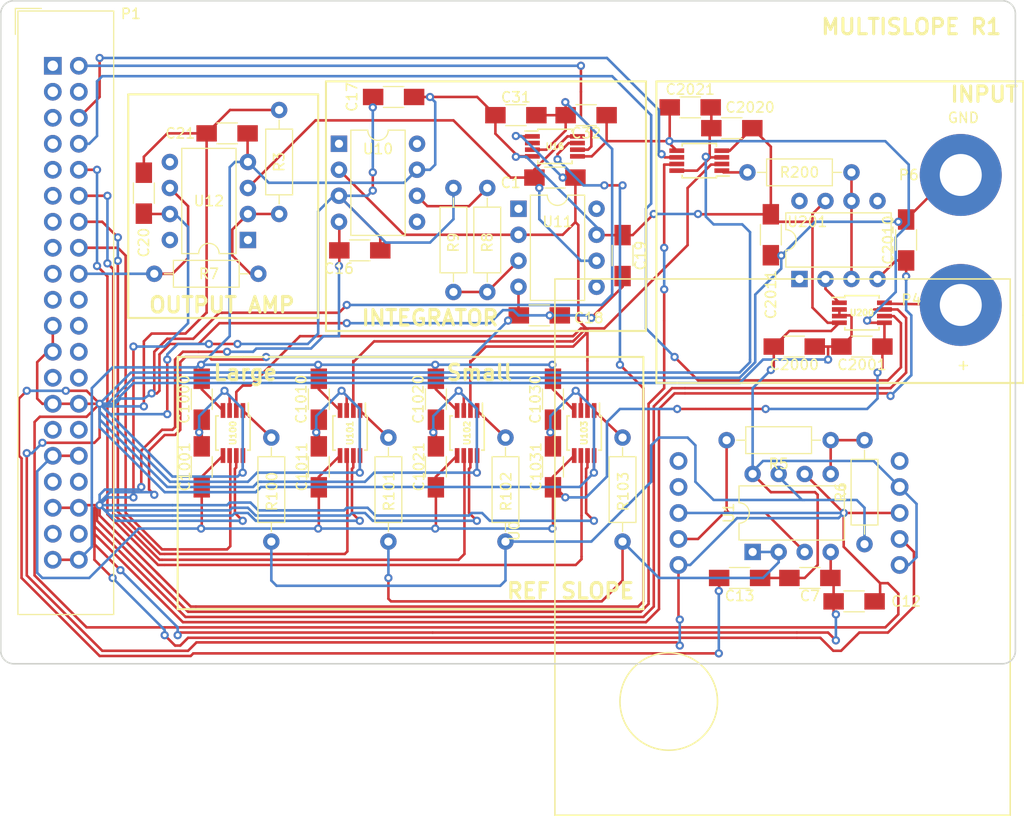
<source format=kicad_pcb>
(kicad_pcb (version 20171130) (host pcbnew "(2017-12-02 revision 3109343)-master")
  (layers (0 F.Cu signal) (31 B.Cu signal) (34 B.Paste user) (35 F.Paste user) (36 B.SilkS user) (37 F.SilkS user) (38 B.Mask user) (39 F.Mask user) (44 Edge.Cuts user))
  (net 0 "")
  (net 1 "Net-(C1-Pad2)")
  (net 2 "Net-(C1-Pad1)")
  (net 3 +12V)
  (net 4 -12V)
  (net 5 GND)
  (net 6 "Net-(P4-Pad1)")
  (net 7 CMP_OUT)
  (net 8 "Net-(R3-Pad2)")
  (net 9 REF_MINUS)
  (net 10 REF_PLUS)
  (net 11 "Net-(R5-Pad1)")
  (net 12 "Net-(R5-Pad2)")
  (net 13 "Net-(P1-Pad38)")
  (net 14 "Net-(P1-Pad37)")
  (net 15 "Net-(P1-Pad34)")
  (net 16 "Net-(P1-Pad33)")
  (net 17 "Net-(P1-Pad30)")
  (net 18 "Net-(P1-Pad29)")
  (net 19 "Net-(P1-Pad26)")
  (net 20 "Net-(P1-Pad25)")
  (net 21 "Net-(P1-Pad24)")
  (net 22 "Net-(P1-Pad22)")
  (net 23 "Net-(P1-Pad20)")
  (net 24 "Net-(P1-Pad19)")
  (net 25 "Net-(P1-Pad17)")
  (net 26 "Net-(P1-Pad15)")
  (net 27 "Net-(P1-Pad13)")
  (net 28 "Net-(P1-Pad11)")
  (net 29 "Net-(P1-Pad9)")
  (net 30 "Net-(P1-Pad7)")
  (net 31 SDO)
  (net 32 SDIN)
  (net 33 SCLK)
  (net 34 SW_INPUT1)
  (net 35 SW_REF1A)
  (net 36 SW_REF2A)
  (net 37 SW_REF1B)
  (net 38 SW_REF2B)
  (net 39 SW_INPUT2)
  (net 40 SW_RST)
  (net 41 "Net-(R8-Pad2)")
  (net 42 "Net-(R8-Pad1)")
  (net 43 "Net-(U0-PadA1)")
  (net 44 "Net-(U0-PadB1)")
  (net 45 +5V)
  (net 46 "Net-(P1-Pad4)")
  (net 47 "Net-(R100-Pad1)")
  (net 48 "Net-(R101-Pad1)")
  (net 49 "Net-(R102-Pad1)")
  (net 50 "Net-(R103-Pad1)")
  (net 51 "Net-(R200-Pad1)")
  (net 52 "Net-(R200-Pad2)")
  (net 53 "Net-(U200-Pad1)")
  (module Housings_SSOP:MSOP-8_3x3mm_Pitch0.65mm (layer F.Cu) (at 176.3395 114.6175 270)
    (fp_text reference U102 hide)
    (fp_text value DG419 hide)
    (fp_text user %R (at 0 0 270) (layer F.SilkS) (effects (font (size 0.6 0.6))))
    (pad 8 smd rect (at 2.2 -0.975 270) (size 1.45 0.45) (layers F.Cu F.Paste F.Mask) (net 5 GND))
    (pad 7 smd rect (at 2.2 -0.325 270) (size 1.45 0.45) (layers F.Cu F.Paste F.Mask) (net 4 -12V))
    (pad 6 smd rect (at 2.2 0.325 270) (size 1.45 0.45) (layers F.Cu F.Paste F.Mask) (net 36 SW_REF2A))
    (pad 5 smd rect (at 2.2 0.975 270) (size 1.45 0.45) (layers F.Cu F.Paste F.Mask) (net 45 +5V))
    (pad 4 smd rect (at -2.2 0.975 270) (size 1.45 0.45) (layers F.Cu F.Paste F.Mask) (net 3 +12V))
    (pad 3 smd rect (at -2.2 0.325 270) (size 1.45 0.45) (layers F.Cu F.Paste F.Mask) (net 5 GND))
    (pad 2 smd rect (at -2.2 -0.325 270) (size 1.45 0.45) (layers F.Cu F.Paste F.Mask) (net 1 "Net-(C1-Pad2)"))
    (pad 1 smd rect (at -2.2 -0.975 270) (size 1.45 0.45) (layers F.Cu F.Paste F.Mask) (net 49 "Net-(R102-Pad1)"))
  )
  (module Resistors_THT:R_Axial_DIN0207_L6.3mm_D2.5mm_P10.16mm_Horizontal (layer F.Cu) (at 180.086 115.062 270)
    (fp_text reference R102 (at 5.2705 -0.0635 270) (layer F.SilkS))
    (fp_text value 6.23M hide)
    (pad 2 thru_hole oval (at 10.16 0 270) (size 1.6 1.6) (drill 0.8) (layers *.Cu *.Mask) (net 9 REF_MINUS))
    (pad 1 thru_hole circle (at 0 0 270) (size 1.6 1.6) (drill 0.8) (layers *.Cu *.Mask) (net 49 "Net-(R102-Pad1)"))
  )
  (module Capacitors_SMD:C_1206_HandSoldering (layer F.Cu) (at 173.2915 117.9195 90)
    (fp_text reference C1021 (at 0 -1.651 90) (layer F.SilkS))
    (fp_text value 10nF hide)
    (pad 1 smd rect (at -2 0 90) (size 2 1.6) (layers F.Cu F.Paste F.Mask) (net 45 +5V))
    (pad 2 smd rect (at 2 0 90) (size 2 1.6) (layers F.Cu F.Paste F.Mask) (net 5 GND))
  )
  (module Capacitors_SMD:C_1206_HandSoldering (layer F.Cu) (at 173.2915 111.3155 270)
    (fp_text reference C1020 (at 0 1.7145 270) (layer F.SilkS))
    (fp_text value 10nF hide)
    (pad 1 smd rect (at -2 0 270) (size 2 1.6) (layers F.Cu F.Paste F.Mask) (net 3 +12V))
    (pad 2 smd rect (at 2 0 270) (size 2 1.6) (layers F.Cu F.Paste F.Mask) (net 5 GND))
  )
  (module Capacitors_SMD:C_1206_HandSoldering (layer F.Cu) (at 184.7215 111.3155 270)
    (fp_text reference C1030 (at 0 1.7145 270) (layer F.SilkS))
    (fp_text value 10nF hide)
    (pad 2 smd rect (at 2 0 270) (size 2 1.6) (layers F.Cu F.Paste F.Mask) (net 5 GND))
    (pad 1 smd rect (at -2 0 270) (size 2 1.6) (layers F.Cu F.Paste F.Mask) (net 3 +12V))
  )
  (module Capacitors_SMD:C_1206_HandSoldering (layer F.Cu) (at 184.7215 117.9195 90)
    (fp_text reference C1031 (at 0 -1.651 90) (layer F.SilkS))
    (fp_text value 10nF hide)
    (pad 2 smd rect (at 2 0 90) (size 2 1.6) (layers F.Cu F.Paste F.Mask) (net 5 GND))
    (pad 1 smd rect (at -2 0 90) (size 2 1.6) (layers F.Cu F.Paste F.Mask) (net 45 +5V))
  )
  (module Resistors_THT:R_Axial_DIN0207_L6.3mm_D2.5mm_P10.16mm_Horizontal (layer F.Cu) (at 191.516 115.062 270)
    (fp_text reference R103 (at 5.2705 -0.0635 270) (layer F.SilkS))
    (fp_text value 6.23M hide)
    (pad 1 thru_hole circle (at 0 0 270) (size 1.6 1.6) (drill 0.8) (layers *.Cu *.Mask) (net 50 "Net-(R103-Pad1)"))
    (pad 2 thru_hole oval (at 10.16 0 270) (size 1.6 1.6) (drill 0.8) (layers *.Cu *.Mask) (net 10 REF_PLUS))
  )
  (module Housings_SSOP:MSOP-8_3x3mm_Pitch0.65mm (layer F.Cu) (at 187.7695 114.6175 270)
    (fp_text reference U103 hide)
    (fp_text value DG419 hide)
    (fp_text user %R (at 0 0 270) (layer F.SilkS) (effects (font (size 0.6 0.6))))
    (pad 1 smd rect (at -2.2 -0.975 270) (size 1.45 0.45) (layers F.Cu F.Paste F.Mask) (net 50 "Net-(R103-Pad1)"))
    (pad 2 smd rect (at -2.2 -0.325 270) (size 1.45 0.45) (layers F.Cu F.Paste F.Mask) (net 1 "Net-(C1-Pad2)"))
    (pad 3 smd rect (at -2.2 0.325 270) (size 1.45 0.45) (layers F.Cu F.Paste F.Mask) (net 5 GND))
    (pad 4 smd rect (at -2.2 0.975 270) (size 1.45 0.45) (layers F.Cu F.Paste F.Mask) (net 3 +12V))
    (pad 5 smd rect (at 2.2 0.975 270) (size 1.45 0.45) (layers F.Cu F.Paste F.Mask) (net 45 +5V))
    (pad 6 smd rect (at 2.2 0.325 270) (size 1.45 0.45) (layers F.Cu F.Paste F.Mask) (net 38 SW_REF2B))
    (pad 7 smd rect (at 2.2 -0.325 270) (size 1.45 0.45) (layers F.Cu F.Paste F.Mask) (net 4 -12V))
    (pad 8 smd rect (at 2.2 -0.975 270) (size 1.45 0.45) (layers F.Cu F.Paste F.Mask) (net 5 GND))
  )
  (module Housings_SSOP:MSOP-8_3x3mm_Pitch0.65mm (layer F.Cu) (at 164.9095 114.6175 270)
    (fp_text reference U101 hide)
    (fp_text value DG419 hide)
    (fp_text user %R (at 0 0 270) (layer F.SilkS) (effects (font (size 0.6 0.6))))
    (pad 8 smd rect (at 2.2 -0.975 270) (size 1.45 0.45) (layers F.Cu F.Paste F.Mask) (net 5 GND))
    (pad 7 smd rect (at 2.2 -0.325 270) (size 1.45 0.45) (layers F.Cu F.Paste F.Mask) (net 4 -12V))
    (pad 6 smd rect (at 2.2 0.325 270) (size 1.45 0.45) (layers F.Cu F.Paste F.Mask) (net 37 SW_REF1B))
    (pad 5 smd rect (at 2.2 0.975 270) (size 1.45 0.45) (layers F.Cu F.Paste F.Mask) (net 45 +5V))
    (pad 4 smd rect (at -2.2 0.975 270) (size 1.45 0.45) (layers F.Cu F.Paste F.Mask) (net 3 +12V))
    (pad 3 smd rect (at -2.2 0.325 270) (size 1.45 0.45) (layers F.Cu F.Paste F.Mask) (net 5 GND))
    (pad 2 smd rect (at -2.2 -0.325 270) (size 1.45 0.45) (layers F.Cu F.Paste F.Mask) (net 1 "Net-(C1-Pad2)"))
    (pad 1 smd rect (at -2.2 -0.975 270) (size 1.45 0.45) (layers F.Cu F.Paste F.Mask) (net 48 "Net-(R101-Pad1)"))
  )
  (module Resistors_THT:R_Axial_DIN0207_L6.3mm_D2.5mm_P10.16mm_Horizontal (layer F.Cu) (at 168.656 115.062 270)
    (fp_text reference R101 (at 5.2705 -0.0635 270) (layer F.SilkS))
    (fp_text value 50K hide)
    (pad 2 thru_hole oval (at 10.16 0 270) (size 1.6 1.6) (drill 0.8) (layers *.Cu *.Mask) (net 10 REF_PLUS))
    (pad 1 thru_hole circle (at 0 0 270) (size 1.6 1.6) (drill 0.8) (layers *.Cu *.Mask) (net 48 "Net-(R101-Pad1)"))
  )
  (module Capacitors_SMD:C_1206_HandSoldering (layer F.Cu) (at 161.8615 117.9195 90)
    (fp_text reference C1011 (at 0 -1.651 90) (layer F.SilkS))
    (fp_text value 10nF hide)
    (pad 1 smd rect (at -2 0 90) (size 2 1.6) (layers F.Cu F.Paste F.Mask) (net 45 +5V))
    (pad 2 smd rect (at 2 0 90) (size 2 1.6) (layers F.Cu F.Paste F.Mask) (net 5 GND))
  )
  (module Capacitors_SMD:C_1206_HandSoldering (layer F.Cu) (at 161.8615 111.3155 270)
    (fp_text reference C1010 (at 0 1.7145 270) (layer F.SilkS))
    (fp_text value 10nF hide)
    (pad 1 smd rect (at -2 0 270) (size 2 1.6) (layers F.Cu F.Paste F.Mask) (net 3 +12V))
    (pad 2 smd rect (at 2 0 270) (size 2 1.6) (layers F.Cu F.Paste F.Mask) (net 5 GND))
  )
  (module Capacitors_SMD:C_1206_HandSoldering (layer F.Cu) (at 150.4315 111.3155 270)
    (fp_text reference C1000 (at 0 1.7145 270) (layer F.SilkS))
    (fp_text value 10nF hide)
    (pad 2 smd rect (at 2 0 270) (size 2 1.6) (layers F.Cu F.Paste F.Mask) (net 5 GND))
    (pad 1 smd rect (at -2 0 270) (size 2 1.6) (layers F.Cu F.Paste F.Mask) (net 3 +12V))
  )
  (module Capacitors_SMD:C_1206_HandSoldering (layer F.Cu) (at 150.4315 117.9195 90)
    (fp_text reference C1001 (at 0 -1.651 90) (layer F.SilkS))
    (fp_text value 10nF hide)
    (pad 2 smd rect (at 2 0 90) (size 2 1.6) (layers F.Cu F.Paste F.Mask) (net 5 GND))
    (pad 1 smd rect (at -2 0 90) (size 2 1.6) (layers F.Cu F.Paste F.Mask) (net 45 +5V))
  )
  (module Capacitors_SMD:C_1206_HandSoldering (layer F.Cu) (at 208.28 106.172)
    (fp_text reference C2000 (at 0 1.778) (layer F.SilkS))
    (fp_text value 10nF hide)
    (pad 1 smd rect (at -2 0) (size 2 1.6) (layers F.Cu F.Paste F.Mask) (net 3 +12V))
    (pad 2 smd rect (at 2 0) (size 2 1.6) (layers F.Cu F.Paste F.Mask) (net 5 GND))
  )
  (module Capacitors_SMD:C_1206_HandSoldering (layer F.Cu) (at 214.884 106.172 180)
    (fp_text reference C2001 (at 0 -1.778 180) (layer F.SilkS))
    (fp_text value 10nF hide)
    (pad 2 smd rect (at 2 0 180) (size 2 1.6) (layers F.Cu F.Paste F.Mask) (net 5 GND))
    (pad 1 smd rect (at -2 0 180) (size 2 1.6) (layers F.Cu F.Paste F.Mask) (net 45 +5V))
  )
  (module Capacitors_SMD:C_1206_HandSoldering (layer F.Cu) (at 202.184 84.836 180)
    (fp_text reference C2020 (at -1.778 2.032 180) (layer F.SilkS))
    (fp_text value 10nF hide)
    (pad 1 smd rect (at -2 0 180) (size 2 1.6) (layers F.Cu F.Paste F.Mask) (net 3 +12V))
    (pad 2 smd rect (at 2 0 180) (size 2 1.6) (layers F.Cu F.Paste F.Mask) (net 5 GND))
  )
  (module Capacitors_SMD:C_1206_HandSoldering (layer F.Cu) (at 198.12 82.804)
    (fp_text reference C2021 (at 0 -1.75) (layer F.SilkS))
    (fp_text value 10nF hide)
    (pad 2 smd rect (at 2 0) (size 2 1.6) (layers F.Cu F.Paste F.Mask) (net 5 GND))
    (pad 1 smd rect (at -2 0) (size 2 1.6) (layers F.Cu F.Paste F.Mask) (net 45 +5V))
  )
  (module Connectors_IDC:IDC-Header_2x20_Pitch2.54mm_Straight (layer F.Cu) (at 135.89 78.74)
    (fp_text reference P1 (at 7.62 -5.08) (layer F.SilkS))
    (fp_text value CONN_20X2 hide)
    (pad 40 thru_hole oval (at 2.54 48.26) (size 1.7272 1.7272) (drill 1.016) (layers *.Cu *.Mask) (net 3 +12V))
    (pad 39 thru_hole oval (at 0 48.26) (size 1.7272 1.7272) (drill 1.016) (layers *.Cu *.Mask) (net 3 +12V))
    (pad 38 thru_hole oval (at 2.54 45.72) (size 1.7272 1.7272) (drill 1.016) (layers *.Cu *.Mask) (net 13 "Net-(P1-Pad38)"))
    (pad 37 thru_hole oval (at 0 45.72) (size 1.7272 1.7272) (drill 1.016) (layers *.Cu *.Mask) (net 14 "Net-(P1-Pad37)"))
    (pad 36 thru_hole oval (at 2.54 43.18) (size 1.7272 1.7272) (drill 1.016) (layers *.Cu *.Mask) (net 4 -12V))
    (pad 35 thru_hole oval (at 0 43.18) (size 1.7272 1.7272) (drill 1.016) (layers *.Cu *.Mask) (net 4 -12V))
    (pad 34 thru_hole oval (at 2.54 40.64) (size 1.7272 1.7272) (drill 1.016) (layers *.Cu *.Mask) (net 15 "Net-(P1-Pad34)"))
    (pad 33 thru_hole oval (at 0 40.64) (size 1.7272 1.7272) (drill 1.016) (layers *.Cu *.Mask) (net 16 "Net-(P1-Pad33)"))
    (pad 32 thru_hole oval (at 2.54 38.1) (size 1.7272 1.7272) (drill 1.016) (layers *.Cu *.Mask) (net 45 +5V))
    (pad 31 thru_hole oval (at 0 38.1) (size 1.7272 1.7272) (drill 1.016) (layers *.Cu *.Mask) (net 45 +5V))
    (pad 30 thru_hole oval (at 2.54 35.56) (size 1.7272 1.7272) (drill 1.016) (layers *.Cu *.Mask) (net 17 "Net-(P1-Pad30)"))
    (pad 29 thru_hole oval (at 0 35.56) (size 1.7272 1.7272) (drill 1.016) (layers *.Cu *.Mask) (net 18 "Net-(P1-Pad29)"))
    (pad 28 thru_hole oval (at 2.54 33.02) (size 1.7272 1.7272) (drill 1.016) (layers *.Cu *.Mask) (net 5 GND))
    (pad 27 thru_hole oval (at 0 33.02) (size 1.7272 1.7272) (drill 1.016) (layers *.Cu *.Mask) (net 5 GND))
    (pad 26 thru_hole oval (at 2.54 30.48) (size 1.7272 1.7272) (drill 1.016) (layers *.Cu *.Mask) (net 19 "Net-(P1-Pad26)"))
    (pad 25 thru_hole oval (at 0 30.48) (size 1.7272 1.7272) (drill 1.016) (layers *.Cu *.Mask) (net 20 "Net-(P1-Pad25)"))
    (pad 24 thru_hole oval (at 2.54 27.94) (size 1.7272 1.7272) (drill 1.016) (layers *.Cu *.Mask) (net 21 "Net-(P1-Pad24)"))
    (pad 23 thru_hole oval (at 0 27.94) (size 1.7272 1.7272) (drill 1.016) (layers *.Cu *.Mask) (net 5 GND))
    (pad 22 thru_hole oval (at 2.54 25.4) (size 1.7272 1.7272) (drill 1.016) (layers *.Cu *.Mask) (net 22 "Net-(P1-Pad22)"))
    (pad 21 thru_hole oval (at 0 25.4) (size 1.7272 1.7272) (drill 1.016) (layers *.Cu *.Mask) (net 5 GND))
    (pad 20 thru_hole oval (at 2.54 22.86) (size 1.7272 1.7272) (drill 1.016) (layers *.Cu *.Mask) (net 23 "Net-(P1-Pad20)"))
    (pad 19 thru_hole oval (at 0 22.86) (size 1.7272 1.7272) (drill 1.016) (layers *.Cu *.Mask) (net 24 "Net-(P1-Pad19)"))
    (pad 18 thru_hole oval (at 2.54 20.32) (size 1.7272 1.7272) (drill 1.016) (layers *.Cu *.Mask) (net 7 CMP_OUT))
    (pad 17 thru_hole oval (at 0 20.32) (size 1.7272 1.7272) (drill 1.016) (layers *.Cu *.Mask) (net 25 "Net-(P1-Pad17)"))
    (pad 16 thru_hole oval (at 2.54 17.78) (size 1.7272 1.7272) (drill 1.016) (layers *.Cu *.Mask) (net 35 SW_REF1A))
    (pad 15 thru_hole oval (at 0 17.78) (size 1.7272 1.7272) (drill 1.016) (layers *.Cu *.Mask) (net 26 "Net-(P1-Pad15)"))
    (pad 14 thru_hole oval (at 2.54 15.24) (size 1.7272 1.7272) (drill 1.016) (layers *.Cu *.Mask) (net 37 SW_REF1B))
    (pad 13 thru_hole oval (at 0 15.24) (size 1.7272 1.7272) (drill 1.016) (layers *.Cu *.Mask) (net 27 "Net-(P1-Pad13)"))
    (pad 12 thru_hole oval (at 2.54 12.7) (size 1.7272 1.7272) (drill 1.016) (layers *.Cu *.Mask) (net 36 SW_REF2A))
    (pad 11 thru_hole oval (at 0 12.7) (size 1.7272 1.7272) (drill 1.016) (layers *.Cu *.Mask) (net 28 "Net-(P1-Pad11)"))
    (pad 10 thru_hole oval (at 2.54 10.16) (size 1.7272 1.7272) (drill 1.016) (layers *.Cu *.Mask) (net 38 SW_REF2B))
    (pad 9 thru_hole oval (at 0 10.16) (size 1.7272 1.7272) (drill 1.016) (layers *.Cu *.Mask) (net 29 "Net-(P1-Pad9)"))
    (pad 8 thru_hole oval (at 2.54 7.62) (size 1.7272 1.7272) (drill 1.016) (layers *.Cu *.Mask) (net 34 SW_INPUT1))
    (pad 7 thru_hole oval (at 0 7.62) (size 1.7272 1.7272) (drill 1.016) (layers *.Cu *.Mask) (net 30 "Net-(P1-Pad7)"))
    (pad 6 thru_hole oval (at 2.54 5.08) (size 1.7272 1.7272) (drill 1.016) (layers *.Cu *.Mask) (net 39 SW_INPUT2))
    (pad 5 thru_hole oval (at 0 5.08) (size 1.7272 1.7272) (drill 1.016) (layers *.Cu *.Mask) (net 31 SDO))
    (pad 4 thru_hole oval (at 2.54 2.54) (size 1.7272 1.7272) (drill 1.016) (layers *.Cu *.Mask) (net 46 "Net-(P1-Pad4)"))
    (pad 3 thru_hole oval (at 0 2.54) (size 1.7272 1.7272) (drill 1.016) (layers *.Cu *.Mask) (net 32 SDIN))
    (pad 2 thru_hole oval (at 2.54 0) (size 1.7272 1.7272) (drill 1.016) (layers *.Cu *.Mask) (net 40 SW_RST))
    (pad 1 thru_hole rect (at 0 0) (size 1.7272 1.7272) (drill 1.016) (layers *.Cu *.Mask) (net 33 SCLK))
  )
  (module 4mm_banana:4mm_banana (layer F.Cu) (at 224.536 102.108 180)
    (fp_text reference P4 (at 4.826 0.508 180) (layer F.SilkS))
    (fp_text value + (at -0.254 -5.842) (layer F.SilkS))
    (pad 1 thru_hole circle (at 0 0 180) (size 8 8) (drill 4.1) (layers *.Cu *.Mask) (net 6 "Net-(P4-Pad1)"))
  )
  (module 4mm_banana:4mm_banana (layer F.Cu) (at 224.536 89.408 180)
    (fp_text reference P6 (at 5.08 0 180) (layer F.SilkS))
    (fp_text value GND (at -0.254 5.588 180) (layer F.SilkS))
    (pad 1 thru_hole circle (at 0 0 180) (size 8 8) (drill 4.1) (layers *.Cu *.Mask) (net 5 GND))
  )
  (module Resistors_THT:R_Axial_DIN0207_L6.3mm_D2.5mm_P10.16mm_Horizontal (layer F.Cu) (at 157.226 115.062 270)
    (fp_text reference R100 (at 5.2705 -0.0635 270) (layer F.SilkS))
    (fp_text value 50K hide)
    (pad 1 thru_hole circle (at 0 0 270) (size 1.6 1.6) (drill 0.8) (layers *.Cu *.Mask) (net 47 "Net-(R100-Pad1)"))
    (pad 2 thru_hole oval (at 10.16 0 270) (size 1.6 1.6) (drill 0.8) (layers *.Cu *.Mask) (net 9 REF_MINUS))
  )
  (module Resistors_THT:R_Axial_DIN0207_L6.3mm_D2.5mm_P10.16mm_Horizontal (layer F.Cu) (at 203.708 89.154)
    (fp_text reference R200 (at 5.08 0) (layer F.SilkS))
    (fp_text value 50K hide)
    (pad 2 thru_hole oval (at 10.16 0) (size 1.6 1.6) (drill 0.8) (layers *.Cu *.Mask) (net 52 "Net-(R200-Pad2)"))
    (pad 1 thru_hole circle (at 0 0) (size 1.6 1.6) (drill 0.8) (layers *.Cu *.Mask) (net 51 "Net-(R200-Pad1)"))
  )
  (module A9_REFERENCE:A9REFERENCE (layer F.Cu) (at 184.912 99.568 270)
    (fp_text reference U0 (at 24.60625 3.96875 270) (layer F.SilkS))
    (fp_text value A9_REFERENCE)
    (pad A1 thru_hole circle (at 17.78 -12.065 270) (size 1.7272 1.7272) (drill 1.016) (layers *.Cu *.Mask) (net 43 "Net-(U0-PadA1)"))
    (pad NC thru_hole circle (at 20.32 -12.065 270) (size 1.7272 1.7272) (drill 1.016) (layers *.Cu *.Mask))
    (pad A2 thru_hole circle (at 22.86 -12.065 270) (size 1.7272 1.7272) (drill 1.016) (layers *.Cu *.Mask) (net 5 GND))
    (pad A3 thru_hole circle (at 25.4 -12.065 270) (size 1.7272 1.7272) (drill 1.016) (layers *.Cu *.Mask) (net 12 "Net-(R5-Pad2)"))
    (pad A4 thru_hole circle (at 27.94 -12.065 270) (size 1.7272 1.7272) (drill 1.016) (layers *.Cu *.Mask) (net 5 GND))
    (pad B2 thru_hole circle (at 20.32 -33.655 270) (size 1.7272 1.7272) (drill 1.016) (layers *.Cu *.Mask) (net 3 +12V))
    (pad B3 thru_hole circle (at 22.86 -33.655 270) (size 1.7272 1.7272) (drill 1.016) (layers *.Cu *.Mask) (net 5 GND))
    (pad B1 thru_hole circle (at 17.78 -33.655 270) (size 1.7272 1.7272) (drill 1.016) (layers *.Cu *.Mask) (net 44 "Net-(U0-PadB1)"))
    (pad B4 thru_hole circle (at 25.4 -33.655 270) (size 1.7272 1.7272) (drill 1.016) (layers *.Cu *.Mask) (net 4 -12V))
    (pad B5 thru_hole circle (at 27.94 -33.655 270) (size 1.7272 1.7272) (drill 1.016) (layers *.Cu *.Mask) (net 3 +12V))
  )
  (module Housings_SSOP:MSOP-8_3x3mm_Pitch0.65mm (layer F.Cu) (at 153.4795 114.6175 270)
    (fp_text reference U100 hide)
    (fp_text value DG419 hide)
    (fp_text user %R (at 0 0 270) (layer F.SilkS) (effects (font (size 0.6 0.6))))
    (pad 1 smd rect (at -2.2 -0.975 270) (size 1.45 0.45) (layers F.Cu F.Paste F.Mask) (net 47 "Net-(R100-Pad1)"))
    (pad 2 smd rect (at -2.2 -0.325 270) (size 1.45 0.45) (layers F.Cu F.Paste F.Mask) (net 1 "Net-(C1-Pad2)"))
    (pad 3 smd rect (at -2.2 0.325 270) (size 1.45 0.45) (layers F.Cu F.Paste F.Mask) (net 5 GND))
    (pad 4 smd rect (at -2.2 0.975 270) (size 1.45 0.45) (layers F.Cu F.Paste F.Mask) (net 3 +12V))
    (pad 5 smd rect (at 2.2 0.975 270) (size 1.45 0.45) (layers F.Cu F.Paste F.Mask) (net 45 +5V))
    (pad 6 smd rect (at 2.2 0.325 270) (size 1.45 0.45) (layers F.Cu F.Paste F.Mask) (net 35 SW_REF1A))
    (pad 7 smd rect (at 2.2 -0.325 270) (size 1.45 0.45) (layers F.Cu F.Paste F.Mask) (net 4 -12V))
    (pad 8 smd rect (at 2.2 -0.975 270) (size 1.45 0.45) (layers F.Cu F.Paste F.Mask) (net 5 GND))
  )
  (module Housings_SSOP:MSOP-8_3x3mm_Pitch0.65mm (layer F.Cu) (at 214.884 102.87)
    (fp_text reference U200 hide)
    (fp_text value DG419 hide)
    (fp_text user %R (at 0 0) (layer F.SilkS) (effects (font (size 0.6 0.6))))
    (pad 8 smd rect (at 2.2 -0.975) (size 1.45 0.45) (layers F.Cu F.Paste F.Mask) (net 6 "Net-(P4-Pad1)"))
    (pad 7 smd rect (at 2.2 -0.325) (size 1.45 0.45) (layers F.Cu F.Paste F.Mask) (net 4 -12V))
    (pad 6 smd rect (at 2.2 0.325) (size 1.45 0.45) (layers F.Cu F.Paste F.Mask) (net 34 SW_INPUT1))
    (pad 5 smd rect (at 2.2 0.975) (size 1.45 0.45) (layers F.Cu F.Paste F.Mask) (net 45 +5V))
    (pad 4 smd rect (at -2.2 0.975) (size 1.45 0.45) (layers F.Cu F.Paste F.Mask) (net 3 +12V))
    (pad 3 smd rect (at -2.2 0.325) (size 1.45 0.45) (layers F.Cu F.Paste F.Mask) (net 5 GND))
    (pad 2 smd rect (at -2.2 -0.325) (size 1.45 0.45) (layers F.Cu F.Paste F.Mask) (net 5 GND))
    (pad 1 smd rect (at -2.2 -0.975) (size 1.45 0.45) (layers F.Cu F.Paste F.Mask) (net 53 "Net-(U200-Pad1)"))
  )
  (module Housings_DIP:DIP-8_W7.62mm (layer F.Cu) (at 208.788 99.568 90)
    (fp_text reference U201 (at 5.588 0.762 180) (layer F.SilkS))
    (fp_text value ad711 hide)
    (pad 8 thru_hole oval (at 7.62 0 90) (size 1.6 1.6) (drill 0.8) (layers *.Cu *.Mask))
    (pad 4 thru_hole oval (at 0 7.62 90) (size 1.6 1.6) (drill 0.8) (layers *.Cu *.Mask) (net 4 -12V))
    (pad 7 thru_hole oval (at 7.62 2.54 90) (size 1.6 1.6) (drill 0.8) (layers *.Cu *.Mask) (net 3 +12V))
    (pad 3 thru_hole oval (at 0 5.08 90) (size 1.6 1.6) (drill 0.8) (layers *.Cu *.Mask) (net 52 "Net-(R200-Pad2)"))
    (pad 6 thru_hole oval (at 7.62 5.08 90) (size 1.6 1.6) (drill 0.8) (layers *.Cu *.Mask) (net 52 "Net-(R200-Pad2)"))
    (pad 2 thru_hole oval (at 0 2.54 90) (size 1.6 1.6) (drill 0.8) (layers *.Cu *.Mask) (net 53 "Net-(U200-Pad1)"))
    (pad 5 thru_hole oval (at 7.62 7.62 90) (size 1.6 1.6) (drill 0.8) (layers *.Cu *.Mask))
    (pad 1 thru_hole rect (at 0 0 90) (size 1.6 1.6) (drill 0.8) (layers *.Cu *.Mask))
  )
  (module Housings_SSOP:MSOP-8_3x3mm_Pitch0.65mm (layer F.Cu) (at 199.009 88.011 180)
    (fp_text reference U202 hide)
    (fp_text value DG419 hide)
    (pad 1 smd rect (at -2.2 -0.975 180) (size 1.45 0.45) (layers F.Cu F.Paste F.Mask) (net 51 "Net-(R200-Pad1)"))
    (pad 2 smd rect (at -2.2 -0.325 180) (size 1.45 0.45) (layers F.Cu F.Paste F.Mask) (net 1 "Net-(C1-Pad2)"))
    (pad 3 smd rect (at -2.2 0.325 180) (size 1.45 0.45) (layers F.Cu F.Paste F.Mask) (net 5 GND))
    (pad 4 smd rect (at -2.2 0.975 180) (size 1.45 0.45) (layers F.Cu F.Paste F.Mask) (net 3 +12V))
    (pad 5 smd rect (at 2.2 0.975 180) (size 1.45 0.45) (layers F.Cu F.Paste F.Mask) (net 45 +5V))
    (pad 6 smd rect (at 2.2 0.325 180) (size 1.45 0.45) (layers F.Cu F.Paste F.Mask) (net 39 SW_INPUT2))
    (pad 7 smd rect (at 2.2 -0.325 180) (size 1.45 0.45) (layers F.Cu F.Paste F.Mask) (net 4 -12V))
    (pad 8 smd rect (at 2.2 -0.975 180) (size 1.45 0.45) (layers F.Cu F.Paste F.Mask) (net 5 GND))
  )
  (module Capacitors_SMD:C_1206_HandSoldering (layer F.Cu) (at 184.912 89.662)
    (fp_text reference C1 (at -4.318 0.508) (layer F.SilkS))
    (fp_text value C hide)
    (pad 1 smd rect (at -2 0) (size 2 1.6) (layers F.Cu F.Paste F.Mask) (net 2 "Net-(C1-Pad1)"))
    (pad 2 smd rect (at 2 0) (size 2 1.6) (layers F.Cu F.Paste F.Mask) (net 1 "Net-(C1-Pad2)"))
  )
  (module Capacitors_SMD:C_1206_HandSoldering (layer F.Cu) (at 209.804 128.778 180)
    (fp_text reference C7 (at 0 -1.75 180) (layer F.SilkS))
    (fp_text value C)
    (pad 2 smd rect (at 2 0 180) (size 2 1.6) (layers F.Cu F.Paste F.Mask) (net 3 +12V))
    (pad 1 smd rect (at -2 0 180) (size 2 1.6) (layers F.Cu F.Paste F.Mask) (net 4 -12V))
  )
  (module Capacitors_SMD:C_1206_HandSoldering (layer F.Cu) (at 214.122 131.064)
    (fp_text reference C12 (at 5.08 0) (layer F.SilkS))
    (fp_text value 0.1uF hide)
    (pad 2 smd rect (at 2 0) (size 2 1.6) (layers F.Cu F.Paste F.Mask) (net 5 GND))
    (pad 1 smd rect (at -2 0) (size 2 1.6) (layers F.Cu F.Paste F.Mask) (net 4 -12V))
  )
  (module Capacitors_SMD:C_1206_HandSoldering (layer F.Cu) (at 202.946 128.778 180)
    (fp_text reference C13 (at 0 -1.75 180) (layer F.SilkS))
    (fp_text value 0.1uF)
    (pad 1 smd rect (at -2 0 180) (size 2 1.6) (layers F.Cu F.Paste F.Mask) (net 3 +12V))
    (pad 2 smd rect (at 2 0 180) (size 2 1.6) (layers F.Cu F.Paste F.Mask) (net 5 GND))
  )
  (module Capacitors_SMD:C_1206_HandSoldering (layer F.Cu) (at 165.862 96.774)
    (fp_text reference C16 (at -2.032 1.778) (layer F.SilkS))
    (fp_text value 0.1uF hide)
    (pad 2 smd rect (at 2 0) (size 2 1.6) (layers F.Cu F.Paste F.Mask) (net 5 GND))
    (pad 1 smd rect (at -2 0) (size 2 1.6) (layers F.Cu F.Paste F.Mask) (net 4 -12V))
  )
  (module Capacitors_SMD:C_1206_HandSoldering (layer F.Cu) (at 169.164 81.788 180)
    (fp_text reference C17 (at 4.064 0 270) (layer F.SilkS))
    (fp_text value 0.1uF hide)
    (pad 1 smd rect (at -2 0 180) (size 2 1.6) (layers F.Cu F.Paste F.Mask) (net 3 +12V))
    (pad 2 smd rect (at 2 0 180) (size 2 1.6) (layers F.Cu F.Paste F.Mask) (net 5 GND))
  )
  (module Capacitors_SMD:C_1206_HandSoldering (layer F.Cu) (at 183.388 103.124)
    (fp_text reference C18 (at 4.826 0.254) (layer F.SilkS))
    (fp_text value 0.1uF hide)
    (pad 2 smd rect (at 2 0) (size 2 1.6) (layers F.Cu F.Paste F.Mask) (net 5 GND))
    (pad 1 smd rect (at -2 0) (size 2 1.6) (layers F.Cu F.Paste F.Mask) (net 4 -12V))
  )
  (module Capacitors_SMD:C_1206_HandSoldering (layer F.Cu) (at 191.516 97.282 270)
    (fp_text reference C19 (at 0 -1.75 270) (layer F.SilkS))
    (fp_text value 0.1uF hide)
    (pad 1 smd rect (at -2 0 270) (size 2 1.6) (layers F.Cu F.Paste F.Mask) (net 3 +12V))
    (pad 2 smd rect (at 2 0 270) (size 2 1.6) (layers F.Cu F.Paste F.Mask) (net 5 GND))
  )
  (module Capacitors_SMD:C_1206_HandSoldering (layer F.Cu) (at 144.78 91.186 90)
    (fp_text reference C20 (at -4.826 0 90) (layer F.SilkS))
    (fp_text value 0.1uF hide)
    (pad 2 smd rect (at 2 0 90) (size 2 1.6) (layers F.Cu F.Paste F.Mask) (net 5 GND))
    (pad 1 smd rect (at -2 0 90) (size 2 1.6) (layers F.Cu F.Paste F.Mask) (net 4 -12V))
  )
  (module Capacitors_SMD:C_1206_HandSoldering (layer F.Cu) (at 152.908 85.344 180)
    (fp_text reference C21 hide)
    (fp_text value 0.1uF hide)
    (fp_text user %R (at 4.572 0 180) (layer F.SilkS))
    (pad 1 smd rect (at -2 0 180) (size 2 1.6) (layers F.Cu F.Paste F.Mask) (net 3 +12V))
    (pad 2 smd rect (at 2 0 180) (size 2 1.6) (layers F.Cu F.Paste F.Mask) (net 5 GND))
  )
  (module Capacitors_SMD:C_1206_HandSoldering (layer F.Cu) (at 181.102 83.566)
    (fp_text reference C31 (at 0 -1.75) (layer F.SilkS))
    (fp_text value 10nF hide)
    (pad 2 smd rect (at 2 0) (size 2 1.6) (layers F.Cu F.Paste F.Mask) (net 5 GND))
    (pad 1 smd rect (at -2 0) (size 2 1.6) (layers F.Cu F.Paste F.Mask) (net 3 +12V))
  )
  (module Capacitors_SMD:C_1206_HandSoldering (layer F.Cu) (at 187.96 83.566 180)
    (fp_text reference C32 (at 0 -1.75 180) (layer F.SilkS))
    (fp_text value 10nF hide)
    (pad 1 smd rect (at -2 0 180) (size 2 1.6) (layers F.Cu F.Paste F.Mask) (net 45 +5V))
    (pad 2 smd rect (at 2 0 180) (size 2 1.6) (layers F.Cu F.Paste F.Mask) (net 5 GND))
  )
  (module Capacitors_SMD:C_1206_HandSoldering (layer F.Cu) (at 219.202 95.758 90)
    (fp_text reference C2010 (at 0 -1.75 90) (layer F.SilkS))
    (fp_text value 0.1uF hide)
    (pad 1 smd rect (at -2 0 90) (size 2 1.6) (layers F.Cu F.Paste F.Mask) (net 4 -12V))
    (pad 2 smd rect (at 2 0 90) (size 2 1.6) (layers F.Cu F.Paste F.Mask) (net 5 GND))
  )
  (module Capacitors_SMD:C_1206_HandSoldering (layer F.Cu) (at 205.994 95.25 270)
    (fp_text reference C2011 (at 5.842 0 270) (layer F.SilkS))
    (fp_text value 0.1uF hide)
    (pad 2 smd rect (at 2 0 270) (size 2 1.6) (layers F.Cu F.Paste F.Mask) (net 5 GND))
    (pad 1 smd rect (at -2 0 270) (size 2 1.6) (layers F.Cu F.Paste F.Mask) (net 3 +12V))
  )
  (module Resistors_THT:R_Axial_DIN0207_L6.3mm_D2.5mm_P10.16mm_Horizontal (layer F.Cu) (at 157.988 83.058 270)
    (fp_text reference R3 (at 5.08 0 270) (layer F.SilkS))
    (fp_text value R hide)
    (pad 1 thru_hole circle (at 0 0 270) (size 1.6 1.6) (drill 0.8) (layers *.Cu *.Mask) (net 5 GND))
    (pad 2 thru_hole oval (at 10.16 0 270) (size 1.6 1.6) (drill 0.8) (layers *.Cu *.Mask) (net 8 "Net-(R3-Pad2)"))
  )
  (module Resistors_THT:R_Axial_DIN0207_L6.3mm_D2.5mm_P10.16mm_Horizontal (layer F.Cu) (at 211.836 115.316 180)
    (fp_text reference R5 (at 5.08 -2.31 180) (layer F.SilkS))
    (fp_text value R)
    (pad 2 thru_hole oval (at 10.16 0 180) (size 1.6 1.6) (drill 0.8) (layers *.Cu *.Mask) (net 12 "Net-(R5-Pad2)"))
    (pad 1 thru_hole circle (at 0 0 180) (size 1.6 1.6) (drill 0.8) (layers *.Cu *.Mask) (net 11 "Net-(R5-Pad1)"))
  )
  (module Resistors_THT:R_Axial_DIN0207_L6.3mm_D2.5mm_P10.16mm_Horizontal (layer F.Cu) (at 215.138 125.476 90)
    (fp_text reference R6 (at 5.08 -2.31 90) (layer F.SilkS))
    (fp_text value R)
    (pad 1 thru_hole circle (at 0 0 90) (size 1.6 1.6) (drill 0.8) (layers *.Cu *.Mask) (net 9 REF_MINUS))
    (pad 2 thru_hole oval (at 10.16 0 90) (size 1.6 1.6) (drill 0.8) (layers *.Cu *.Mask) (net 11 "Net-(R5-Pad1)"))
  )
  (module Resistors_THT:R_Axial_DIN0207_L6.3mm_D2.5mm_P10.16mm_Horizontal (layer F.Cu) (at 145.796 99.06)
    (fp_text reference R7 (at 5.334 0) (layer F.SilkS))
    (fp_text value R hide)
    (pad 2 thru_hole oval (at 10.16 0) (size 1.6 1.6) (drill 0.8) (layers *.Cu *.Mask) (net 8 "Net-(R3-Pad2)"))
    (pad 1 thru_hole circle (at 0 0) (size 1.6 1.6) (drill 0.8) (layers *.Cu *.Mask) (net 7 CMP_OUT))
  )
  (module Resistors_THT:R_Axial_DIN0207_L6.3mm_D2.5mm_P10.16mm_Horizontal (layer F.Cu) (at 178.308 90.678 270)
    (fp_text reference R8 (at 5.334 0 270) (layer F.SilkS))
    (fp_text value R hide)
    (pad 1 thru_hole circle (at 0 0 270) (size 1.6 1.6) (drill 0.8) (layers *.Cu *.Mask) (net 42 "Net-(R8-Pad1)"))
    (pad 2 thru_hole oval (at 10.16 0 270) (size 1.6 1.6) (drill 0.8) (layers *.Cu *.Mask) (net 41 "Net-(R8-Pad2)"))
  )
  (module Resistors_THT:R_Axial_DIN0207_L6.3mm_D2.5mm_P10.16mm_Horizontal (layer F.Cu) (at 175.006 100.838 90)
    (fp_text reference R9 (at 4.826 0 90) (layer F.SilkS))
    (fp_text value R hide)
    (pad 2 thru_hole oval (at 10.16 0 90) (size 1.6 1.6) (drill 0.8) (layers *.Cu *.Mask) (net 5 GND))
    (pad 1 thru_hole circle (at 0 0 90) (size 1.6 1.6) (drill 0.8) (layers *.Cu *.Mask) (net 41 "Net-(R8-Pad2)"))
  )
  (module Housings_DIP:DIP-8_W7.62mm (layer F.Cu) (at 204.216 126.238 90)
    (fp_text reference U1 (at 3.81 -2.33 90) (layer F.SilkS))
    (fp_text value LT1013 hide)
    (pad 1 thru_hole rect (at 0 0 90) (size 1.6 1.6) (drill 0.8) (layers *.Cu *.Mask) (net 10 REF_PLUS))
    (pad 5 thru_hole oval (at 7.62 7.62 90) (size 1.6 1.6) (drill 0.8) (layers *.Cu *.Mask) (net 11 "Net-(R5-Pad1)"))
    (pad 2 thru_hole oval (at 0 2.54 90) (size 1.6 1.6) (drill 0.8) (layers *.Cu *.Mask) (net 10 REF_PLUS))
    (pad 6 thru_hole oval (at 7.62 5.08 90) (size 1.6 1.6) (drill 0.8) (layers *.Cu *.Mask) (net 5 GND))
    (pad 3 thru_hole oval (at 0 5.08 90) (size 1.6 1.6) (drill 0.8) (layers *.Cu *.Mask) (net 12 "Net-(R5-Pad2)"))
    (pad 7 thru_hole oval (at 7.62 2.54 90) (size 1.6 1.6) (drill 0.8) (layers *.Cu *.Mask) (net 9 REF_MINUS))
    (pad 4 thru_hole oval (at 0 7.62 90) (size 1.6 1.6) (drill 0.8) (layers *.Cu *.Mask) (net 4 -12V))
    (pad 8 thru_hole oval (at 7.62 0 90) (size 1.6 1.6) (drill 0.8) (layers *.Cu *.Mask) (net 3 +12V))
  )
  (module Housings_DIP:DIP-8_W7.62mm (layer F.Cu) (at 163.83 86.36)
    (fp_text reference U10 (at 3.81 0.508) (layer F.SilkS))
    (fp_text value ad711 hide)
    (pad 8 thru_hole oval (at 7.62 0) (size 1.6 1.6) (drill 0.8) (layers *.Cu *.Mask))
    (pad 4 thru_hole oval (at 0 7.62) (size 1.6 1.6) (drill 0.8) (layers *.Cu *.Mask) (net 4 -12V))
    (pad 7 thru_hole oval (at 7.62 2.54) (size 1.6 1.6) (drill 0.8) (layers *.Cu *.Mask) (net 3 +12V))
    (pad 3 thru_hole oval (at 0 5.08) (size 1.6 1.6) (drill 0.8) (layers *.Cu *.Mask) (net 5 GND))
    (pad 6 thru_hole oval (at 7.62 5.08) (size 1.6 1.6) (drill 0.8) (layers *.Cu *.Mask) (net 42 "Net-(R8-Pad1)"))
    (pad 2 thru_hole oval (at 0 2.54) (size 1.6 1.6) (drill 0.8) (layers *.Cu *.Mask) (net 1 "Net-(C1-Pad2)"))
    (pad 5 thru_hole oval (at 7.62 7.62) (size 1.6 1.6) (drill 0.8) (layers *.Cu *.Mask))
    (pad 1 thru_hole rect (at 0 0) (size 1.6 1.6) (drill 0.8) (layers *.Cu *.Mask))
  )
  (module Housings_DIP:DIP-8_W7.62mm (layer F.Cu) (at 181.356 92.71)
    (fp_text reference U11 (at 3.81 1.27) (layer F.SilkS))
    (fp_text value ad711 hide)
    (pad 8 thru_hole oval (at 7.62 0) (size 1.6 1.6) (drill 0.8) (layers *.Cu *.Mask))
    (pad 4 thru_hole oval (at 0 7.62) (size 1.6 1.6) (drill 0.8) (layers *.Cu *.Mask) (net 4 -12V))
    (pad 7 thru_hole oval (at 7.62 2.54) (size 1.6 1.6) (drill 0.8) (layers *.Cu *.Mask) (net 3 +12V))
    (pad 3 thru_hole oval (at 0 5.08) (size 1.6 1.6) (drill 0.8) (layers *.Cu *.Mask) (net 41 "Net-(R8-Pad2)"))
    (pad 6 thru_hole oval (at 7.62 5.08) (size 1.6 1.6) (drill 0.8) (layers *.Cu *.Mask) (net 2 "Net-(C1-Pad1)"))
    (pad 2 thru_hole oval (at 0 2.54) (size 1.6 1.6) (drill 0.8) (layers *.Cu *.Mask) (net 1 "Net-(C1-Pad2)"))
    (pad 5 thru_hole oval (at 7.62 7.62) (size 1.6 1.6) (drill 0.8) (layers *.Cu *.Mask))
    (pad 1 thru_hole rect (at 0 0) (size 1.6 1.6) (drill 0.8) (layers *.Cu *.Mask))
  )
  (module Housings_DIP:DIP-8_W7.62mm (layer F.Cu) (at 154.94 95.758 180)
    (fp_text reference U12 hide)
    (fp_text value ad711 hide)
    (fp_text user %R (at 3.81 3.81 180) (layer F.SilkS))
    (pad 1 thru_hole rect (at 0 0 180) (size 1.6 1.6) (drill 0.8) (layers *.Cu *.Mask))
    (pad 5 thru_hole oval (at 7.62 7.62 180) (size 1.6 1.6) (drill 0.8) (layers *.Cu *.Mask))
    (pad 2 thru_hole oval (at 0 2.54 180) (size 1.6 1.6) (drill 0.8) (layers *.Cu *.Mask) (net 8 "Net-(R3-Pad2)"))
    (pad 6 thru_hole oval (at 7.62 5.08 180) (size 1.6 1.6) (drill 0.8) (layers *.Cu *.Mask) (net 7 CMP_OUT))
    (pad 3 thru_hole oval (at 0 5.08 180) (size 1.6 1.6) (drill 0.8) (layers *.Cu *.Mask) (net 2 "Net-(C1-Pad1)"))
    (pad 7 thru_hole oval (at 7.62 2.54 180) (size 1.6 1.6) (drill 0.8) (layers *.Cu *.Mask) (net 4 -12V))
    (pad 4 thru_hole oval (at 0 7.62 180) (size 1.6 1.6) (drill 0.8) (layers *.Cu *.Mask) (net 3 +12V))
    (pad 8 thru_hole oval (at 7.62 0 180) (size 1.6 1.6) (drill 0.8) (layers *.Cu *.Mask))
  )
  (module Housings_SSOP:MSOP-8_3x3mm_Pitch0.65mm (layer F.Cu) (at 184.912 86.614)
    (fp_text reference U16 hide)
    (fp_text value DG417 hide)
    (fp_text user %R (at 0 0) (layer F.SilkS) (effects (font (size 0.6 0.6))))
    (pad 8 smd rect (at 2.2 -0.975) (size 1.45 0.45) (layers F.Cu F.Paste F.Mask) (net 2 "Net-(C1-Pad1)"))
    (pad 7 smd rect (at 2.2 -0.325) (size 1.45 0.45) (layers F.Cu F.Paste F.Mask) (net 4 -12V))
    (pad 6 smd rect (at 2.2 0.325) (size 1.45 0.45) (layers F.Cu F.Paste F.Mask) (net 40 SW_RST))
    (pad 5 smd rect (at 2.2 0.975) (size 1.45 0.45) (layers F.Cu F.Paste F.Mask) (net 45 +5V))
    (pad 4 smd rect (at -2.2 0.975) (size 1.45 0.45) (layers F.Cu F.Paste F.Mask) (net 3 +12V))
    (pad 3 smd rect (at -2.2 0.325) (size 1.45 0.45) (layers F.Cu F.Paste F.Mask) (net 5 GND))
    (pad 2 smd rect (at -2.2 -0.325) (size 1.45 0.45) (layers F.Cu F.Paste F.Mask))
    (pad 1 smd rect (at -2.2 -0.975) (size 1.45 0.45) (layers F.Cu F.Paste F.Mask) (net 1 "Net-(C1-Pad2)"))
  )
  (gr_text "MULTISLOPE R1" (at 219.71 74.93) (layer F.SilkS) (effects (font (size 1.5 1.5) (thickness 0.3))))
  (gr_arc (start 132.08 135.89) (end 132.08 137.16) (angle 90) (layer Edge.Cuts) (width 0.15))
  (gr_line (start 228.6 137.16) (end 132.08 137.16) (angle 90) (layer Edge.Cuts) (width 0.15))
  (gr_arc (start 228.6 135.89) (end 229.87 135.89) (angle 90) (layer Edge.Cuts) (width 0.15))
  (gr_arc (start 228.6 73.66) (end 228.6 72.39) (angle 90) (layer Edge.Cuts) (width 0.15))
  (gr_arc (start 132.08 73.66) (end 130.81 73.66) (angle 90) (layer Edge.Cuts) (width 0.15))
  (gr_line (start 228.6 72.39) (end 132.08 72.39) (angle 90) (layer Edge.Cuts) (width 0.15))
  (gr_line (start 229.87 135.89) (end 229.87 73.66) (angle 90) (layer Edge.Cuts) (width 0.15))
  (gr_line (start 130.81 73.66) (end 130.81 135.89) (angle 90) (layer Edge.Cuts) (width 0.15))
  (gr_line (start 161.544 81.534) (end 143.256 81.534) (angle 90) (layer F.SilkS) (width 0.2))
  (gr_line (start 143.256 103.378) (end 143.256 81.534) (angle 90) (layer F.SilkS) (width 0.2))
  (gr_line (start 161.798 103.378) (end 143.256 103.378) (angle 90) (layer F.SilkS) (width 0.2))
  (gr_line (start 193.802 80.264) (end 162.56 80.264) (angle 90) (layer F.SilkS) (width 0.2))
  (gr_line (start 193.802 104.648) (end 193.802 80.264) (angle 90) (layer F.SilkS) (width 0.2))
  (gr_line (start 162.56 104.648) (end 193.802 104.648) (angle 90) (layer F.SilkS) (width 0.2))
  (gr_line (start 162.56 80.264) (end 162.56 104.648) (angle 90) (layer F.SilkS) (width 0.2))
  (gr_line (start 230.632 80.264) (end 194.818 80.264) (angle 90) (layer F.SilkS) (width 0.2))
  (gr_line (start 194.818 109.728) (end 194.818 80.264) (angle 90) (layer F.SilkS) (width 0.2))
  (gr_line (start 196.85 109.728) (end 194.818 109.728) (angle 90) (layer F.SilkS) (width 0.2))
  (gr_line (start 230.632 109.728) (end 196.85 109.728) (angle 90) (layer F.SilkS) (width 0.2))
  (gr_line (start 230.632 103.124) (end 230.632 109.728) (angle 90) (layer F.SilkS) (width 0.2))
  (gr_line (start 230.632 80.264) (end 230.632 103.124) (angle 90) (layer F.SilkS) (width 0.2))
  (gr_line (start 161.798 81.534) (end 161.544 81.534) (angle 90) (layer F.SilkS) (width 0.2))
  (gr_line (start 161.798 103.378) (end 161.798 81.534) (angle 90) (layer F.SilkS) (width 0.2))
  (gr_text "REF SLOPE" (at 186.436 130.048) (layer F.SilkS) (effects (font (size 1.5 1.5) (thickness 0.3))))
  (gr_line (start 148.082 107.188) (end 148.082 107.442) (angle 90) (layer F.SilkS) (width 0.2))
  (gr_line (start 154.432 107.188) (end 148.082 107.188) (angle 90) (layer F.SilkS) (width 0.2))
  (gr_line (start 193.548 107.188) (end 154.432 107.188) (angle 90) (layer F.SilkS) (width 0.2))
  (gr_line (start 193.548 131.826) (end 193.548 107.188) (angle 90) (layer F.SilkS) (width 0.2))
  (gr_line (start 193.04 131.826) (end 193.548 131.826) (angle 90) (layer F.SilkS) (width 0.2))
  (gr_line (start 192.024 131.826) (end 193.04 131.826) (angle 90) (layer F.SilkS) (width 0.2))
  (gr_line (start 148.082 131.826) (end 192.024 131.826) (angle 90) (layer F.SilkS) (width 0.2))
  (gr_line (start 148.082 107.442) (end 148.082 131.826) (angle 90) (layer F.SilkS) (width 0.2))
  (gr_text Small (at 177.546 108.712) (layer F.SilkS) (effects (font (size 1.5 1.5) (thickness 0.3))))
  (gr_text INPUT (at 226.822 81.534) (layer F.SilkS) (effects (font (size 1.5 1.5) (thickness 0.3))))
  (gr_text INTEGRATOR (at 172.72 103.378) (layer F.SilkS) (effects (font (size 1.5 1.5) (thickness 0.3))))
  (gr_text "OUTPUT AMP" (at 152.4 102.108) (layer F.SilkS) (effects (font (size 1.5 1.5) (thickness 0.3))))
  (gr_text Large (at 154.686 108.712) (layer F.SilkS) (effects (font (size 1.5 1.5) (thickness 0.3))))
  (segment (start 154.432 109.982) (end 153.924 110.49) (width 0.25) (layer F.Cu) (net 1))
  (segment (start 153.8045 110.6095) (end 153.924 110.49) (width 0.25) (layer F.Cu) (net 1))
  (segment (start 153.8045 110.6095) (end 153.8045 112.4175) (width 0.25) (layer F.Cu) (net 1))
  (segment (start 160.02 105.156) (end 155.194 109.982) (width 0.25) (layer F.Cu) (net 1))
  (segment (start 155.194 109.982) (end 154.432 109.982) (width 0.25) (layer F.Cu) (net 1))
  (segment (start 187.452 104.394) (end 187.96 104.394) (width 0.25) (layer F.Cu) (net 1))
  (segment (start 186.69 105.156) (end 187.452 104.394) (width 0.25) (layer F.Cu) (net 1))
  (segment (start 160.02 105.156) (end 186.69 105.156) (width 0.25) (layer F.Cu) (net 1))
  (segment (start 186.912 89.662) (end 185.674 89.662) (width 0.25) (layer F.Cu) (net 1))
  (segment (start 181.143 85.639) (end 182.712 85.639) (width 0.25) (layer F.Cu) (net 1))
  (segment (start 181.102 85.598) (end 181.143 85.639) (width 0.25) (layer F.Cu) (net 1))
  (via (at 181.102 85.598) (size 0.8) (drill 0.4) (layers F.Cu B.Cu) (net 1))
  (segment (start 181.61 85.598) (end 181.102 85.598) (width 0.25) (layer B.Cu) (net 1))
  (segment (start 185.674 89.662) (end 181.61 85.598) (width 0.25) (layer B.Cu) (net 1))
  (via (at 185.674 89.662) (size 0.8) (drill 0.4) (layers F.Cu B.Cu) (net 1))
  (segment (start 188.087 104.648) (end 187.96 104.648) (width 0.25) (layer F.Cu) (net 1))
  (segment (start 187.96 104.648) (end 187.96 104.902) (width 0.25) (layer F.Cu) (net 1))
  (segment (start 188.087 107.569) (end 188.087 104.648) (width 0.25) (layer F.Cu) (net 1))
  (segment (start 188.087 104.648) (end 188.087 104.521) (width 0.25) (layer F.Cu) (net 1))
  (segment (start 188.087 104.521) (end 187.96 104.394) (width 0.25) (layer F.Cu) (net 1))
  (segment (start 188.087 112.41) (end 188.087 108.712) (width 0.25) (layer F.Cu) (net 1))
  (segment (start 188.087 107.569) (end 188.087 108.712) (width 0.25) (layer F.Cu) (net 1))
  (segment (start 187.96 104.394) (end 187.198 103.632) (width 0.25) (layer F.Cu) (net 1))
  (segment (start 187.198 103.632) (end 187.198 94.298) (width 0.25) (layer F.Cu) (net 1))
  (segment (start 187.198 94.298) (end 186.912 94.012) (width 0.25) (layer F.Cu) (net 1))
  (segment (start 165.227 107.696) (end 167.259 105.664) (width 0.25) (layer F.Cu) (net 1))
  (segment (start 167.259 105.664) (end 186.436 105.664) (width 0.25) (layer F.Cu) (net 1))
  (segment (start 186.436 105.664) (end 186.69 105.664) (width 0.25) (layer F.Cu) (net 1))
  (segment (start 186.69 105.664) (end 187.96 104.394) (width 0.25) (layer F.Cu) (net 1))
  (segment (start 176.657 107.696) (end 178.181 106.172) (width 0.25) (layer F.Cu) (net 1))
  (segment (start 186.69 106.172) (end 187.96 104.902) (width 0.25) (layer F.Cu) (net 1))
  (segment (start 178.181 106.172) (end 186.69 106.172) (width 0.25) (layer F.Cu) (net 1))
  (segment (start 187.96 104.902) (end 187.96 104.394) (width 0.25) (layer F.Cu) (net 1))
  (segment (start 197.866 96.266) (end 189.738 104.394) (width 0.25) (layer F.Cu) (net 1))
  (segment (start 197.866 90.678) (end 197.866 96.266) (width 0.25) (layer F.Cu) (net 1))
  (segment (start 200.152 88.392) (end 197.866 90.678) (width 0.25) (layer F.Cu) (net 1))
  (segment (start 200.152 88.392) (end 201.153 88.392) (width 0.25) (layer F.Cu) (net 1))
  (segment (start 189.738 104.394) (end 187.96 104.394) (width 0.25) (layer F.Cu) (net 1))
  (segment (start 201.209 88.336) (end 201.153 88.392) (width 0.25) (layer F.Cu) (net 1))
  (segment (start 186.912 89.662) (end 186.912 94.012) (width 0.25) (layer F.Cu) (net 1))
  (segment (start 185.674 95.25) (end 181.356 95.25) (width 0.25) (layer F.Cu) (net 1))
  (segment (start 186.912 94.012) (end 185.674 95.25) (width 0.25) (layer F.Cu) (net 1))
  (segment (start 163.83 88.9) (end 170.18 95.25) (width 0.25) (layer F.Cu) (net 1))
  (segment (start 170.18 95.25) (end 181.356 95.25) (width 0.25) (layer F.Cu) (net 1))
  (segment (start 176.6645 112.4175) (end 176.657 112.41) (width 0.25) (layer F.Cu) (net 1))
  (segment (start 176.657 108.712) (end 176.657 112.41) (width 0.25) (layer F.Cu) (net 1))
  (segment (start 176.657 107.569) (end 176.657 107.696) (width 0.25) (layer F.Cu) (net 1))
  (segment (start 176.657 107.696) (end 176.657 108.712) (width 0.25) (layer F.Cu) (net 1))
  (segment (start 188.0945 112.4175) (end 188.087 112.41) (width 0.25) (layer F.Cu) (net 1))
  (segment (start 165.2345 112.4175) (end 165.227 112.41) (width 0.25) (layer F.Cu) (net 1))
  (segment (start 165.227 108.712) (end 165.227 112.41) (width 0.25) (layer F.Cu) (net 1))
  (segment (start 165.227 107.569) (end 165.227 107.696) (width 0.25) (layer F.Cu) (net 1))
  (segment (start 165.227 107.696) (end 165.227 108.712) (width 0.25) (layer F.Cu) (net 1))
  (segment (start 153.8045 112.4175) (end 153.797 112.41) (width 0.25) (layer F.Cu) (net 1))
  (segment (start 182.912 89.662) (end 180.594 89.662) (width 0.25) (layer F.Cu) (net 2))
  (segment (start 161.544 84.074) (end 175.006 84.074) (width 0.25) (layer F.Cu) (net 2))
  (segment (start 175.006 84.074) (end 180.594 89.662) (width 0.25) (layer F.Cu) (net 2))
  (segment (start 161.544 84.074) (end 154.94 90.678) (width 0.25) (layer F.Cu) (net 2))
  (segment (start 187.112 85.639) (end 186.141 85.639) (width 0.25) (layer F.Cu) (net 2))
  (segment (start 186.141 85.639) (end 182.912 88.868) (width 0.25) (layer F.Cu) (net 2))
  (segment (start 182.912 88.868) (end 182.912 89.662) (width 0.25) (layer F.Cu) (net 2))
  (segment (start 188.976 97.79) (end 187.452 97.79) (width 0.25) (layer B.Cu) (net 2))
  (segment (start 183.388 90.678) (end 182.912 90.202) (width 0.25) (layer F.Cu) (net 2))
  (via (at 183.388 90.678) (size 0.8) (drill 0.4) (layers F.Cu B.Cu) (net 2))
  (segment (start 183.388 93.726) (end 183.388 90.678) (width 0.25) (layer B.Cu) (net 2))
  (segment (start 187.452 97.79) (end 183.388 93.726) (width 0.25) (layer B.Cu) (net 2))
  (segment (start 182.912 90.202) (end 182.912 89.662) (width 0.25) (layer F.Cu) (net 2))
  (segment (start 218.567 119.888) (end 220.218 121.539) (width 0.25) (layer B.Cu) (net 3))
  (segment (start 219.456 127.508) (end 218.567 127.508) (width 0.25) (layer B.Cu) (net 3))
  (segment (start 220.218 126.746) (end 219.456 127.508) (width 0.25) (layer B.Cu) (net 3))
  (segment (start 220.218 121.539) (end 220.218 126.746) (width 0.25) (layer B.Cu) (net 3))
  (segment (start 204.216 118.618) (end 204.216 118.364) (width 0.25) (layer B.Cu) (net 3))
  (segment (start 204.216 118.364) (end 205.232 117.348) (width 0.25) (layer B.Cu) (net 3))
  (segment (start 216.027 117.348) (end 218.567 119.888) (width 0.25) (layer B.Cu) (net 3))
  (segment (start 205.232 117.348) (end 216.027 117.348) (width 0.25) (layer B.Cu) (net 3))
  (segment (start 206.28 106.172) (end 206.28 108.172) (width 0.25) (layer F.Cu) (net 3))
  (segment (start 204.216 110.236) (end 204.216 118.618) (width 0.25) (layer B.Cu) (net 3))
  (segment (start 205.994 108.458) (end 204.216 110.236) (width 0.25) (layer B.Cu) (net 3))
  (via (at 205.994 108.458) (size 0.8) (drill 0.4) (layers F.Cu B.Cu) (net 3))
  (segment (start 206.28 108.172) (end 205.994 108.458) (width 0.25) (layer F.Cu) (net 3))
  (segment (start 207.804 128.778) (end 209.296 128.778) (width 0.25) (layer F.Cu) (net 3))
  (segment (start 209.296 128.778) (end 210.566 127.508) (width 0.25) (layer F.Cu) (net 3))
  (segment (start 210.566 127.508) (end 210.566 120.65) (width 0.25) (layer F.Cu) (net 3))
  (segment (start 210.566 120.65) (end 210.312 120.396) (width 0.25) (layer F.Cu) (net 3))
  (segment (start 210.312 120.396) (end 205.994 120.396) (width 0.25) (layer F.Cu) (net 3))
  (segment (start 205.994 120.396) (end 204.216 118.618) (width 0.25) (layer F.Cu) (net 3))
  (segment (start 204.946 128.778) (end 207.804 128.778) (width 0.25) (layer F.Cu) (net 3))
  (segment (start 141.732 108.204) (end 139.7 110.236) (width 0.25) (layer B.Cu) (net 3))
  (segment (start 195.072 93.218) (end 194.564 93.218) (width 0.25) (layer B.Cu) (net 3))
  (segment (start 198.914 93.25) (end 198.882 93.218) (width 0.25) (layer F.Cu) (net 3))
  (via (at 198.882 93.218) (size 0.8) (drill 0.4) (layers F.Cu B.Cu) (net 3))
  (segment (start 198.882 93.218) (end 195.072 93.218) (width 0.25) (layer B.Cu) (net 3))
  (segment (start 205.994 93.25) (end 198.914 93.25) (width 0.25) (layer F.Cu) (net 3))
  (segment (start 192.5 95.282) (end 191.516 95.282) (width 0.25) (layer F.Cu) (net 3))
  (segment (start 194.564 93.218) (end 192.5 95.282) (width 0.25) (layer F.Cu) (net 3))
  (via (at 194.564 93.218) (size 0.8) (drill 0.4) (layers F.Cu B.Cu) (net 3))
  (segment (start 188.976 95.25) (end 188.976 94.488) (width 0.25) (layer B.Cu) (net 3))
  (segment (start 188.976 94.488) (end 182.118 87.63) (width 0.25) (layer B.Cu) (net 3))
  (segment (start 181.143 87.589) (end 182.712 87.589) (width 0.25) (layer F.Cu) (net 3))
  (segment (start 181.102 87.63) (end 181.143 87.589) (width 0.25) (layer F.Cu) (net 3))
  (via (at 181.102 87.63) (size 0.8) (drill 0.4) (layers F.Cu B.Cu) (net 3))
  (segment (start 182.118 87.63) (end 181.102 87.63) (width 0.25) (layer B.Cu) (net 3))
  (segment (start 150.368 107.95) (end 150.171998 107.95) (width 0.25) (layer B.Cu) (net 3))
  (segment (start 149.917998 108.204) (end 141.732 108.204) (width 0.25) (layer B.Cu) (net 3))
  (segment (start 150.171998 107.95) (end 149.917998 108.204) (width 0.25) (layer B.Cu) (net 3))
  (segment (start 179.102 83.566) (end 177.324 81.788) (width 0.25) (layer F.Cu) (net 3))
  (segment (start 177.324 81.788) (end 172.72 81.788) (width 0.25) (layer F.Cu) (net 3))
  (segment (start 205.994 93.25) (end 205.994 86.646) (width 0.25) (layer F.Cu) (net 3))
  (segment (start 205.994 86.646) (end 204.184 84.836) (width 0.25) (layer F.Cu) (net 3))
  (segment (start 153.162 103.632) (end 153.162 105.156) (width 0.25) (layer B.Cu) (net 3))
  (segment (start 153.162 105.156) (end 150.368 107.95) (width 0.25) (layer B.Cu) (net 3))
  (segment (start 154.94 88.138) (end 153.67 88.138) (width 0.25) (layer B.Cu) (net 3))
  (segment (start 153.162 88.646) (end 153.162 103.632) (width 0.25) (layer B.Cu) (net 3))
  (segment (start 153.162 103.632) (end 153.162 103.886) (width 0.25) (layer B.Cu) (net 3))
  (segment (start 153.67 88.138) (end 153.162 88.646) (width 0.25) (layer B.Cu) (net 3))
  (segment (start 154.94 88.138) (end 156.972 90.17) (width 0.25) (layer B.Cu) (net 3))
  (segment (start 170.18 90.17) (end 171.45 88.9) (width 0.25) (layer B.Cu) (net 3))
  (segment (start 156.972 90.17) (end 170.18 90.17) (width 0.25) (layer B.Cu) (net 3))
  (segment (start 139.7 120.904) (end 139.7 125.73) (width 0.25) (layer B.Cu) (net 3))
  (segment (start 139.7 110.236) (end 139.7 120.904) (width 0.25) (layer B.Cu) (net 3))
  (segment (start 139.7 125.73) (end 138.43 127) (width 0.25) (layer B.Cu) (net 3))
  (segment (start 138.43 127) (end 135.89 127) (width 0.25) (layer F.Cu) (net 3))
  (segment (start 171.164 81.788) (end 172.72 81.788) (width 0.25) (layer F.Cu) (net 3))
  (via (at 172.72 81.788) (size 0.8) (drill 0.4) (layers F.Cu B.Cu) (net 3))
  (segment (start 172.72 88.9) (end 171.45 88.9) (width 0.25) (layer B.Cu) (net 3))
  (segment (start 173.228 88.392) (end 172.72 88.9) (width 0.25) (layer B.Cu) (net 3))
  (segment (start 173.228 82.296) (end 173.228 88.392) (width 0.25) (layer B.Cu) (net 3))
  (segment (start 172.72 81.788) (end 173.228 82.296) (width 0.25) (layer B.Cu) (net 3))
  (segment (start 191.516 95.282) (end 189.008 95.282) (width 0.25) (layer F.Cu) (net 3))
  (segment (start 189.008 95.282) (end 188.976 95.25) (width 0.25) (layer F.Cu) (net 3))
  (segment (start 179.102 83.566) (end 179.102 85.376) (width 0.25) (layer F.Cu) (net 3))
  (segment (start 181.315 87.589) (end 182.712 87.589) (width 0.25) (layer F.Cu) (net 3))
  (segment (start 179.102 85.376) (end 181.315 87.589) (width 0.25) (layer F.Cu) (net 3))
  (segment (start 201.209 87.036) (end 201.984 87.036) (width 0.25) (layer F.Cu) (net 3))
  (segment (start 201.984 87.036) (end 204.184 84.836) (width 0.25) (layer F.Cu) (net 3))
  (segment (start 210.058 93.98) (end 206.724 93.98) (width 0.25) (layer F.Cu) (net 3))
  (segment (start 206.724 93.98) (end 205.994 93.25) (width 0.25) (layer F.Cu) (net 3))
  (segment (start 212.684 103.845) (end 211.541 103.845) (width 0.25) (layer F.Cu) (net 3))
  (segment (start 210.058 93.218) (end 211.328 91.948) (width 0.25) (layer F.Cu) (net 3))
  (segment (start 210.058 102.362) (end 210.058 93.98) (width 0.25) (layer F.Cu) (net 3))
  (segment (start 210.058 93.98) (end 210.058 93.218) (width 0.25) (layer F.Cu) (net 3))
  (segment (start 211.541 103.845) (end 210.058 102.362) (width 0.25) (layer F.Cu) (net 3))
  (segment (start 206.28 106.172) (end 207.804 104.648) (width 0.25) (layer F.Cu) (net 3))
  (segment (start 211.881 104.648) (end 212.684 103.845) (width 0.25) (layer F.Cu) (net 3))
  (segment (start 207.804 104.648) (end 211.881 104.648) (width 0.25) (layer F.Cu) (net 3))
  (segment (start 154.908 85.344) (end 154.908 88.106) (width 0.25) (layer F.Cu) (net 3))
  (segment (start 154.908 88.106) (end 154.94 88.138) (width 0.25) (layer F.Cu) (net 3))
  (segment (start 161.798 107.95) (end 150.368 107.95) (width 0.25) (layer B.Cu) (net 3))
  (segment (start 150.4315 108.0135) (end 150.368 107.95) (width 0.25) (layer F.Cu) (net 3))
  (segment (start 150.4315 108.0135) (end 150.4315 109.3155) (width 0.25) (layer F.Cu) (net 3))
  (via (at 150.368 107.95) (size 0.8) (drill 0.4) (layers F.Cu B.Cu) (net 3))
  (segment (start 173.228 107.95) (end 161.798 107.95) (width 0.25) (layer B.Cu) (net 3))
  (segment (start 161.8615 108.0135) (end 161.798 107.95) (width 0.25) (layer F.Cu) (net 3))
  (via (at 161.798 107.95) (size 0.8) (drill 0.4) (layers F.Cu B.Cu) (net 3))
  (segment (start 161.8615 108.0135) (end 161.8615 109.3155) (width 0.25) (layer F.Cu) (net 3))
  (segment (start 184.658 107.95) (end 173.228 107.95) (width 0.25) (layer B.Cu) (net 3))
  (segment (start 173.2915 108.0135) (end 173.228 107.95) (width 0.25) (layer F.Cu) (net 3))
  (via (at 173.228 107.95) (size 0.8) (drill 0.4) (layers F.Cu B.Cu) (net 3))
  (segment (start 173.2915 109.3155) (end 173.2915 108.0135) (width 0.25) (layer F.Cu) (net 3))
  (segment (start 184.7215 108.0135) (end 184.658 107.95) (width 0.25) (layer F.Cu) (net 3))
  (via (at 184.658 107.95) (size 0.8) (drill 0.4) (layers F.Cu B.Cu) (net 3))
  (segment (start 184.7215 108.0135) (end 184.7215 109.3155) (width 0.25) (layer F.Cu) (net 3))
  (segment (start 173.2915 110.3445) (end 175.3645 112.4175) (width 0.25) (layer F.Cu) (net 3))
  (segment (start 173.2915 109.3155) (end 173.2915 110.3445) (width 0.25) (layer F.Cu) (net 3))
  (segment (start 184.7215 109.3155) (end 184.7215 110.3445) (width 0.25) (layer F.Cu) (net 3))
  (segment (start 184.7215 110.3445) (end 186.7945 112.4175) (width 0.25) (layer F.Cu) (net 3))
  (segment (start 161.8615 110.3445) (end 163.9345 112.4175) (width 0.25) (layer F.Cu) (net 3))
  (segment (start 161.8615 109.3155) (end 161.8615 110.3445) (width 0.25) (layer F.Cu) (net 3))
  (segment (start 150.4315 109.3155) (end 150.4315 110.3445) (width 0.25) (layer F.Cu) (net 3))
  (segment (start 150.4315 110.3445) (end 152.5045 112.4175) (width 0.25) (layer F.Cu) (net 3))
  (segment (start 151.892 107.442) (end 151.384 107.442) (width 0.25) (layer F.Cu) (net 4))
  (via (at 156.718 107.188) (size 0.8) (drill 0.4) (layers F.Cu B.Cu) (net 4))
  (segment (start 156.718 107.188) (end 156.464 107.442) (width 0.25) (layer F.Cu) (net 4))
  (segment (start 156.464 107.442) (end 151.892 107.442) (width 0.25) (layer F.Cu) (net 4))
  (segment (start 180.848 103.124) (end 180.34 103.632) (width 0.25) (layer F.Cu) (net 4))
  (segment (start 176.784 107.188) (end 158.242 107.188) (width 0.25) (layer B.Cu) (net 4))
  (segment (start 180.34 103.632) (end 176.784 107.188) (width 0.25) (layer B.Cu) (net 4))
  (via (at 180.34 103.632) (size 0.8) (drill 0.4) (layers F.Cu B.Cu) (net 4))
  (segment (start 158.242 107.188) (end 156.718 107.188) (width 0.25) (layer B.Cu) (net 4))
  (segment (start 140.462 121.412) (end 140.462 121.666) (width 0.25) (layer B.Cu) (net 4))
  (segment (start 141.478 120.396) (end 140.462 121.412) (width 0.25) (layer B.Cu) (net 4))
  (segment (start 145.542 120.396) (end 141.478 120.396) (width 0.25) (layer B.Cu) (net 4))
  (segment (start 145.796 120.65) (end 145.542 120.396) (width 0.25) (layer B.Cu) (net 4))
  (via (at 145.796 120.65) (size 0.8) (drill 0.4) (layers F.Cu B.Cu) (net 4))
  (segment (start 145.288 120.142) (end 145.796 120.65) (width 0.25) (layer F.Cu) (net 4))
  (segment (start 145.288 116.332) (end 145.288 120.142) (width 0.25) (layer F.Cu) (net 4))
  (segment (start 146.812 114.808) (end 145.288 116.332) (width 0.25) (layer F.Cu) (net 4))
  (segment (start 147.828 114.808) (end 146.812 114.808) (width 0.25) (layer F.Cu) (net 4))
  (segment (start 148.336 114.3) (end 147.828 114.808) (width 0.25) (layer F.Cu) (net 4))
  (segment (start 148.336 107.696) (end 148.336 114.3) (width 0.25) (layer F.Cu) (net 4))
  (segment (start 148.844 107.188) (end 148.336 107.696) (width 0.25) (layer F.Cu) (net 4))
  (segment (start 151.13 107.188) (end 148.844 107.188) (width 0.25) (layer F.Cu) (net 4))
  (segment (start 151.384 107.442) (end 151.13 107.188) (width 0.25) (layer F.Cu) (net 4))
  (segment (start 150.114 106.68) (end 148.59 106.68) (width 0.25) (layer F.Cu) (net 4))
  (segment (start 147.574 114.3) (end 147.828 114.046) (width 0.25) (layer F.Cu) (net 4))
  (segment (start 146.558 114.3) (end 144.526 116.332) (width 0.25) (layer F.Cu) (net 4))
  (segment (start 144.526 116.332) (end 144.526 119.888) (width 0.25) (layer F.Cu) (net 4))
  (segment (start 140.462 120.65) (end 140.462 121.666) (width 0.25) (layer B.Cu) (net 4))
  (segment (start 140.97 120.142) (end 140.462 120.65) (width 0.25) (layer B.Cu) (net 4))
  (segment (start 144.272 120.142) (end 140.97 120.142) (width 0.25) (layer B.Cu) (net 4))
  (segment (start 144.526 119.888) (end 144.272 120.142) (width 0.25) (layer B.Cu) (net 4))
  (via (at 144.526 119.888) (size 0.8) (drill 0.4) (layers F.Cu B.Cu) (net 4))
  (segment (start 146.558 114.3) (end 147.574 114.3) (width 0.25) (layer F.Cu) (net 4))
  (segment (start 148.59 106.68) (end 147.828 107.442) (width 0.25) (layer F.Cu) (net 4))
  (segment (start 147.828 107.442) (end 147.828 114.046) (width 0.25) (layer F.Cu) (net 4))
  (segment (start 163.83 105.156) (end 162.306 105.156) (width 0.25) (layer B.Cu) (net 4))
  (segment (start 163.862 98.266) (end 163.83 98.298) (width 0.25) (layer F.Cu) (net 4))
  (via (at 163.83 98.298) (size 0.8) (drill 0.4) (layers F.Cu B.Cu) (net 4))
  (segment (start 163.83 98.298) (end 163.83 104.648) (width 0.25) (layer B.Cu) (net 4))
  (segment (start 163.83 104.648) (end 163.83 105.156) (width 0.25) (layer B.Cu) (net 4))
  (segment (start 163.862 96.774) (end 163.862 98.266) (width 0.25) (layer F.Cu) (net 4))
  (via (at 152.908 106.68) (size 0.8) (drill 0.4) (layers F.Cu B.Cu) (net 4))
  (segment (start 150.114 106.68) (end 152.908 106.68) (width 0.25) (layer F.Cu) (net 4))
  (segment (start 155.448 106.68) (end 152.908 106.68) (width 0.25) (layer B.Cu) (net 4))
  (segment (start 155.759998 106.368002) (end 155.448 106.68) (width 0.25) (layer B.Cu) (net 4))
  (segment (start 161.093998 106.368002) (end 155.759998 106.368002) (width 0.25) (layer B.Cu) (net 4))
  (segment (start 162.306 105.156) (end 161.093998 106.368002) (width 0.25) (layer B.Cu) (net 4))
  (segment (start 208.534 134.62) (end 149.098 134.62) (width 0.25) (layer F.Cu) (net 4))
  (segment (start 214.63 134.112) (end 217.424 134.112) (width 0.25) (layer F.Cu) (net 4))
  (segment (start 210.82 134.62) (end 208.534 134.62) (width 0.25) (layer F.Cu) (net 4))
  (segment (start 212.09 135.89) (end 210.82 134.62) (width 0.25) (layer F.Cu) (net 4))
  (segment (start 212.852 135.89) (end 212.09 135.89) (width 0.25) (layer F.Cu) (net 4))
  (segment (start 214.376 134.366) (end 212.852 135.89) (width 0.25) (layer F.Cu) (net 4))
  (segment (start 218.694 124.968) (end 219.964 126.238) (width 0.25) (layer F.Cu) (net 4))
  (segment (start 219.964 126.238) (end 219.964 131.572) (width 0.25) (layer F.Cu) (net 4))
  (segment (start 219.964 131.572) (end 217.424 134.112) (width 0.25) (layer F.Cu) (net 4))
  (segment (start 214.376 134.366) (end 214.63 134.112) (width 0.25) (layer F.Cu) (net 4))
  (segment (start 139.954 122.174) (end 140.462 121.666) (width 0.25) (layer F.Cu) (net 4))
  (segment (start 139.954 127) (end 139.954 122.174) (width 0.25) (layer F.Cu) (net 4))
  (segment (start 141.732 128.778) (end 139.954 127) (width 0.25) (layer F.Cu) (net 4))
  (via (at 141.732 128.778) (size 0.8) (drill 0.4) (layers F.Cu B.Cu) (net 4))
  (segment (start 146.812 133.858) (end 141.732 128.778) (width 0.25) (layer B.Cu) (net 4))
  (segment (start 146.812 134.366) (end 146.812 133.858) (width 0.25) (layer B.Cu) (net 4))
  (via (at 146.812 134.366) (size 0.8) (drill 0.4) (layers F.Cu B.Cu) (net 4))
  (segment (start 147.828 135.382) (end 146.812 134.366) (width 0.25) (layer F.Cu) (net 4))
  (segment (start 148.336 135.382) (end 147.828 135.382) (width 0.25) (layer F.Cu) (net 4))
  (segment (start 149.098 134.62) (end 148.336 135.382) (width 0.25) (layer F.Cu) (net 4))
  (segment (start 208.534 134.112) (end 172.974 134.112) (width 0.25) (layer F.Cu) (net 4))
  (segment (start 211.582 134.112) (end 208.534 134.112) (width 0.25) (layer F.Cu) (net 4))
  (segment (start 212.344 134.874) (end 211.582 134.112) (width 0.25) (layer F.Cu) (net 4))
  (segment (start 139.954 125.476) (end 139.954 121.92) (width 0.25) (layer F.Cu) (net 4))
  (segment (start 142.494 128.016) (end 139.954 125.476) (width 0.25) (layer F.Cu) (net 4))
  (via (at 142.494 128.016) (size 0.8) (drill 0.4) (layers F.Cu B.Cu) (net 4))
  (segment (start 148.082 133.604) (end 142.494 128.016) (width 0.25) (layer B.Cu) (net 4))
  (segment (start 148.082 134.366) (end 148.082 133.604) (width 0.25) (layer B.Cu) (net 4))
  (via (at 148.082 134.366) (size 0.8) (drill 0.4) (layers F.Cu B.Cu) (net 4))
  (segment (start 148.336 134.112) (end 148.082 134.366) (width 0.25) (layer F.Cu) (net 4))
  (segment (start 172.974 134.112) (end 148.336 134.112) (width 0.25) (layer F.Cu) (net 4))
  (segment (start 212.122 131.064) (end 212.122 132.112) (width 0.25) (layer F.Cu) (net 4))
  (segment (start 212.344 134.874) (end 212.09 134.62) (width 0.25) (layer F.Cu) (net 4))
  (via (at 212.344 134.874) (size 0.8) (drill 0.4) (layers F.Cu B.Cu) (net 4))
  (segment (start 212.344 132.334) (end 212.344 134.874) (width 0.25) (layer B.Cu) (net 4))
  (via (at 212.344 132.334) (size 0.8) (drill 0.4) (layers F.Cu B.Cu) (net 4))
  (segment (start 212.122 132.112) (end 212.344 132.334) (width 0.25) (layer F.Cu) (net 4))
  (segment (start 218.567 124.968) (end 218.694 124.968) (width 0.25) (layer F.Cu) (net 4))
  (segment (start 211.836 126.238) (end 211.836 128.746) (width 0.25) (layer F.Cu) (net 4))
  (segment (start 211.836 128.746) (end 211.804 128.778) (width 0.25) (layer F.Cu) (net 4))
  (segment (start 212.122 131.064) (end 212.122 129.096) (width 0.25) (layer F.Cu) (net 4))
  (segment (start 212.122 129.096) (end 211.804 128.778) (width 0.25) (layer F.Cu) (net 4))
  (segment (start 194.056 132.842) (end 193.802 133.096) (width 0.25) (layer F.Cu) (net 4))
  (segment (start 193.802 133.096) (end 148.59 133.096) (width 0.25) (layer F.Cu) (net 4))
  (segment (start 148.59 133.096) (end 139.7 124.206) (width 0.25) (layer F.Cu) (net 4))
  (segment (start 139.7 124.206) (end 139.7 122.428) (width 0.25) (layer F.Cu) (net 4))
  (segment (start 139.7 122.428) (end 140.462 121.666) (width 0.25) (layer F.Cu) (net 4))
  (segment (start 195.072 131.826) (end 194.056 132.842) (width 0.25) (layer F.Cu) (net 4))
  (segment (start 197.612 110.744) (end 196.596 110.744) (width 0.25) (layer F.Cu) (net 4))
  (via (at 219.202 99.314) (size 0.8) (drill 0.4) (layers F.Cu B.Cu) (net 4))
  (segment (start 219.202 99.314) (end 219.202 102.616) (width 0.25) (layer B.Cu) (net 4))
  (segment (start 219.202 102.616) (end 219.71 103.124) (width 0.25) (layer B.Cu) (net 4))
  (segment (start 219.71 103.124) (end 219.71 108.966) (width 0.25) (layer B.Cu) (net 4))
  (segment (start 219.71 108.966) (end 217.678 110.998) (width 0.25) (layer B.Cu) (net 4))
  (via (at 217.678 110.998) (size 0.8) (drill 0.4) (layers F.Cu B.Cu) (net 4))
  (segment (start 217.678 110.998) (end 217.424 110.744) (width 0.25) (layer F.Cu) (net 4))
  (segment (start 217.424 110.744) (end 197.612 110.744) (width 0.25) (layer F.Cu) (net 4))
  (segment (start 219.202 97.758) (end 219.202 99.314) (width 0.25) (layer F.Cu) (net 4))
  (segment (start 195.072 112.268) (end 195.072 131.826) (width 0.25) (layer F.Cu) (net 4))
  (segment (start 196.596 110.744) (end 195.072 112.268) (width 0.25) (layer F.Cu) (net 4))
  (segment (start 193.802 132.334) (end 193.548 132.588) (width 0.25) (layer F.Cu) (net 4))
  (segment (start 193.548 132.588) (end 148.844 132.588) (width 0.25) (layer F.Cu) (net 4))
  (segment (start 148.844 132.588) (end 139.954 123.698) (width 0.25) (layer F.Cu) (net 4))
  (segment (start 139.954 123.698) (end 139.954 121.92) (width 0.25) (layer F.Cu) (net 4))
  (segment (start 194.564 131.572) (end 193.802 132.334) (width 0.25) (layer F.Cu) (net 4))
  (segment (start 196.342 110.236) (end 194.564 112.014) (width 0.25) (layer F.Cu) (net 4))
  (segment (start 194.564 112.014) (end 194.564 131.572) (width 0.25) (layer F.Cu) (net 4))
  (segment (start 217.084 102.545) (end 218.369 102.545) (width 0.25) (layer F.Cu) (net 4))
  (segment (start 217.678 110.236) (end 197.612 110.236) (width 0.25) (layer F.Cu) (net 4))
  (segment (start 219.202 108.712) (end 217.678 110.236) (width 0.25) (layer F.Cu) (net 4))
  (segment (start 219.202 103.378) (end 219.202 108.712) (width 0.25) (layer F.Cu) (net 4))
  (segment (start 218.369 102.545) (end 219.202 103.378) (width 0.25) (layer F.Cu) (net 4))
  (segment (start 197.612 110.236) (end 196.342 110.236) (width 0.25) (layer F.Cu) (net 4))
  (segment (start 139.954 121.92) (end 140.208 121.92) (width 0.25) (layer F.Cu) (net 4))
  (segment (start 140.208 121.92) (end 140.462 121.666) (width 0.25) (layer F.Cu) (net 4))
  (segment (start 149.86 131.572) (end 149.352 131.572) (width 0.25) (layer F.Cu) (net 4))
  (via (at 191.262 107.95) (size 0.8) (drill 0.4) (layers F.Cu B.Cu) (net 4))
  (segment (start 191.262 107.95) (end 193.548 110.236) (width 0.25) (layer F.Cu) (net 4))
  (segment (start 193.548 110.236) (end 193.548 131.064) (width 0.25) (layer F.Cu) (net 4))
  (segment (start 193.548 131.064) (end 193.04 131.572) (width 0.25) (layer F.Cu) (net 4))
  (segment (start 193.04 131.572) (end 149.86 131.572) (width 0.25) (layer F.Cu) (net 4))
  (segment (start 187.112 86.289) (end 186.253 86.289) (width 0.25) (layer F.Cu) (net 4))
  (segment (start 191.262 90.678) (end 191.262 106.934) (width 0.25) (layer B.Cu) (net 4))
  (segment (start 191.516 90.424) (end 191.262 90.678) (width 0.25) (layer B.Cu) (net 4))
  (via (at 191.516 90.424) (size 0.8) (drill 0.4) (layers F.Cu B.Cu) (net 4))
  (segment (start 189.738 90.424) (end 191.516 90.424) (width 0.25) (layer F.Cu) (net 4))
  (via (at 189.738 90.424) (size 0.8) (drill 0.4) (layers F.Cu B.Cu) (net 4))
  (segment (start 187.706 90.424) (end 189.738 90.424) (width 0.25) (layer B.Cu) (net 4))
  (segment (start 185.166 87.884) (end 187.706 90.424) (width 0.25) (layer B.Cu) (net 4))
  (via (at 185.166 87.884) (size 0.8) (drill 0.4) (layers F.Cu B.Cu) (net 4))
  (segment (start 185.166 87.376) (end 185.166 87.884) (width 0.25) (layer F.Cu) (net 4))
  (segment (start 186.253 86.289) (end 185.166 87.376) (width 0.25) (layer F.Cu) (net 4))
  (segment (start 191.262 106.934) (end 191.262 107.95) (width 0.25) (layer B.Cu) (net 4))
  (segment (start 149.352 131.572) (end 146.05 128.27) (width 0.25) (layer F.Cu) (net 4))
  (segment (start 193.548 131.826) (end 193.294 132.08) (width 0.25) (layer F.Cu) (net 4))
  (segment (start 193.294 132.08) (end 149.098 132.08) (width 0.25) (layer F.Cu) (net 4))
  (segment (start 149.098 132.08) (end 140.208 123.19) (width 0.25) (layer F.Cu) (net 4))
  (segment (start 140.208 123.19) (end 140.208 121.92) (width 0.25) (layer F.Cu) (net 4))
  (segment (start 195.58 103.632) (end 195.58 100.584) (width 0.25) (layer F.Cu) (net 4))
  (segment (start 194.056 131.064) (end 194.056 131.318) (width 0.25) (layer F.Cu) (net 4))
  (segment (start 196.753 88.392) (end 195.58 88.392) (width 0.25) (layer F.Cu) (net 4))
  (via (at 195.58 100.584) (size 0.8) (drill 0.4) (layers F.Cu B.Cu) (net 4))
  (segment (start 195.58 96.52) (end 195.58 100.584) (width 0.25) (layer B.Cu) (net 4))
  (via (at 195.58 96.52) (size 0.8) (drill 0.4) (layers F.Cu B.Cu) (net 4))
  (segment (start 195.58 88.392) (end 195.58 96.52) (width 0.25) (layer F.Cu) (net 4))
  (segment (start 195.58 103.632) (end 195.58 109.728) (width 0.25) (layer F.Cu) (net 4))
  (segment (start 194.056 111.76) (end 194.056 131.064) (width 0.25) (layer F.Cu) (net 4))
  (segment (start 195.58 110.236) (end 194.056 111.76) (width 0.25) (layer F.Cu) (net 4))
  (segment (start 195.58 109.728) (end 195.58 110.236) (width 0.25) (layer F.Cu) (net 4))
  (segment (start 194.056 131.318) (end 193.548 131.826) (width 0.25) (layer F.Cu) (net 4))
  (segment (start 140.208 121.92) (end 140.462 121.666) (width 0.25) (layer F.Cu) (net 4))
  (segment (start 140.462 121.666) (end 140.462 122.682) (width 0.25) (layer F.Cu) (net 4))
  (segment (start 140.462 122.682) (end 146.05 128.27) (width 0.25) (layer F.Cu) (net 4))
  (segment (start 146.05 128.27) (end 146.304 128.524) (width 0.25) (layer F.Cu) (net 4))
  (segment (start 149.098 103.886) (end 146.812 106.172) (width 0.25) (layer B.Cu) (net 4))
  (segment (start 149.098 94.488) (end 149.098 103.886) (width 0.25) (layer B.Cu) (net 4))
  (segment (start 147.828 93.218) (end 149.098 94.488) (width 0.25) (layer B.Cu) (net 4))
  (segment (start 141.224 120.904) (end 140.462 121.666) (width 0.25) (layer B.Cu) (net 4))
  (segment (start 143.764 120.904) (end 141.224 120.904) (width 0.25) (layer B.Cu) (net 4))
  (via (at 143.764 120.904) (size 0.8) (drill 0.4) (layers F.Cu B.Cu) (net 4))
  (segment (start 143.764 106.172) (end 143.764 120.904) (width 0.25) (layer F.Cu) (net 4))
  (via (at 143.764 106.172) (size 0.8) (drill 0.4) (layers F.Cu B.Cu) (net 4))
  (segment (start 146.812 106.172) (end 143.764 106.172) (width 0.25) (layer B.Cu) (net 4))
  (segment (start 181.388 103.124) (end 180.848 103.124) (width 0.25) (layer F.Cu) (net 4))
  (segment (start 196.809 88.336) (end 196.753 88.392) (width 0.25) (layer F.Cu) (net 4))
  (segment (start 147.32 93.218) (end 147.828 93.218) (width 0.25) (layer B.Cu) (net 4))
  (segment (start 140.462 121.666) (end 138.684 121.666) (width 0.25) (layer F.Cu) (net 4))
  (via (at 140.462 121.666) (size 0.8) (drill 0.4) (layers F.Cu B.Cu) (net 4))
  (segment (start 138.684 121.666) (end 138.43 121.92) (width 0.25) (layer F.Cu) (net 4))
  (segment (start 138.684 121.666) (end 138.43 121.92) (width 0.25) (layer B.Cu) (net 4))
  (segment (start 147.574 123.19) (end 141.986 123.19) (width 0.25) (layer B.Cu) (net 4))
  (segment (start 141.986 123.19) (end 140.462 121.666) (width 0.25) (layer B.Cu) (net 4))
  (segment (start 147.574 123.19) (end 154.432 123.19) (width 0.25) (layer B.Cu) (net 4))
  (via (at 154.432 123.19) (size 0.8) (drill 0.4) (layers F.Cu B.Cu) (net 4))
  (segment (start 153.797 117.983) (end 153.67 118.11) (width 0.25) (layer F.Cu) (net 4))
  (segment (start 153.797 116.825) (end 153.797 117.983) (width 0.25) (layer F.Cu) (net 4))
  (segment (start 153.67 118.11) (end 153.67 118.872) (width 0.25) (layer F.Cu) (net 4))
  (segment (start 153.67 122.428) (end 154.432 123.19) (width 0.25) (layer F.Cu) (net 4))
  (segment (start 153.67 118.872) (end 153.67 122.428) (width 0.25) (layer F.Cu) (net 4))
  (segment (start 147.574 122.682) (end 141.478 122.682) (width 0.25) (layer B.Cu) (net 4))
  (segment (start 165.1 122.428) (end 165.862 123.19) (width 0.25) (layer F.Cu) (net 4))
  (segment (start 165.1 118.11) (end 165.1 118.872) (width 0.25) (layer F.Cu) (net 4))
  (segment (start 165.227 117.983) (end 165.1 118.11) (width 0.25) (layer F.Cu) (net 4))
  (segment (start 165.227 116.825) (end 165.227 117.983) (width 0.25) (layer F.Cu) (net 4))
  (via (at 165.862 123.19) (size 0.8) (drill 0.4) (layers F.Cu B.Cu) (net 4))
  (segment (start 165.1 118.872) (end 165.1 122.428) (width 0.25) (layer F.Cu) (net 4))
  (segment (start 155.702 123.19) (end 154.94 122.428) (width 0.25) (layer B.Cu) (net 4))
  (segment (start 154.94 122.428) (end 153.67 122.428) (width 0.25) (layer B.Cu) (net 4))
  (segment (start 153.67 122.428) (end 153.416 122.682) (width 0.25) (layer B.Cu) (net 4))
  (segment (start 153.416 122.682) (end 147.574 122.682) (width 0.25) (layer B.Cu) (net 4))
  (segment (start 165.862 123.19) (end 155.702 123.19) (width 0.25) (layer B.Cu) (net 4))
  (segment (start 141.478 122.682) (end 140.462 121.666) (width 0.25) (layer B.Cu) (net 4))
  (segment (start 147.574 122.174) (end 140.97 122.174) (width 0.25) (layer B.Cu) (net 4))
  (segment (start 140.97 122.174) (end 140.462 121.666) (width 0.25) (layer B.Cu) (net 4))
  (segment (start 176.53 122.428) (end 177.292 123.19) (width 0.25) (layer F.Cu) (net 4))
  (segment (start 177.292 123.19) (end 167.132 123.19) (width 0.25) (layer B.Cu) (net 4))
  (via (at 177.292 123.19) (size 0.8) (drill 0.4) (layers F.Cu B.Cu) (net 4))
  (segment (start 167.132 123.19) (end 166.37 122.428) (width 0.25) (layer B.Cu) (net 4))
  (segment (start 166.37 122.428) (end 165.1 122.428) (width 0.25) (layer B.Cu) (net 4))
  (segment (start 165.1 122.428) (end 164.846 122.682) (width 0.25) (layer B.Cu) (net 4))
  (segment (start 164.846 122.682) (end 155.702 122.682) (width 0.25) (layer B.Cu) (net 4))
  (segment (start 155.702 122.682) (end 154.94 121.92) (width 0.25) (layer B.Cu) (net 4))
  (segment (start 154.94 121.92) (end 153.416 121.92) (width 0.25) (layer B.Cu) (net 4))
  (segment (start 153.416 121.92) (end 153.162 122.174) (width 0.25) (layer B.Cu) (net 4))
  (segment (start 153.162 122.174) (end 147.574 122.174) (width 0.25) (layer B.Cu) (net 4))
  (segment (start 176.53 118.872) (end 176.53 122.428) (width 0.25) (layer F.Cu) (net 4))
  (segment (start 176.53 118.11) (end 176.53 118.872) (width 0.25) (layer F.Cu) (net 4))
  (segment (start 176.657 116.825) (end 176.657 117.983) (width 0.25) (layer F.Cu) (net 4))
  (segment (start 176.657 117.983) (end 176.53 118.11) (width 0.25) (layer F.Cu) (net 4))
  (segment (start 176.784 122.428) (end 176.53 122.682) (width 0.25) (layer B.Cu) (net 4))
  (segment (start 140.462 121.666) (end 147.574 121.666) (width 0.25) (layer B.Cu) (net 4))
  (segment (start 178.562 123.19) (end 177.8 122.428) (width 0.25) (layer B.Cu) (net 4))
  (segment (start 177.8 122.428) (end 176.784 122.428) (width 0.25) (layer B.Cu) (net 4))
  (segment (start 153.162 121.412) (end 152.908 121.666) (width 0.25) (layer B.Cu) (net 4))
  (segment (start 155.194 121.412) (end 153.162 121.412) (width 0.25) (layer B.Cu) (net 4))
  (segment (start 155.956 122.174) (end 155.194 121.412) (width 0.25) (layer B.Cu) (net 4))
  (segment (start 164.338 122.174) (end 155.956 122.174) (width 0.25) (layer B.Cu) (net 4))
  (segment (start 164.592 121.92) (end 164.338 122.174) (width 0.25) (layer B.Cu) (net 4))
  (segment (start 166.624 121.92) (end 164.592 121.92) (width 0.25) (layer B.Cu) (net 4))
  (segment (start 167.386 122.682) (end 166.624 121.92) (width 0.25) (layer B.Cu) (net 4))
  (segment (start 176.53 122.682) (end 167.386 122.682) (width 0.25) (layer B.Cu) (net 4))
  (segment (start 152.908 121.666) (end 147.574 121.666) (width 0.25) (layer B.Cu) (net 4))
  (segment (start 187.96 118.872) (end 187.96 122.428) (width 0.25) (layer F.Cu) (net 4))
  (segment (start 188.087 117.983) (end 188.087 116.825) (width 0.25) (layer F.Cu) (net 4))
  (segment (start 188.087 117.983) (end 187.96 118.11) (width 0.25) (layer F.Cu) (net 4))
  (via (at 188.722 123.19) (size 0.8) (drill 0.4) (layers F.Cu B.Cu) (net 4))
  (segment (start 187.96 118.11) (end 187.96 118.872) (width 0.25) (layer F.Cu) (net 4))
  (segment (start 187.96 122.428) (end 188.722 123.19) (width 0.25) (layer F.Cu) (net 4))
  (segment (start 188.722 123.19) (end 178.562 123.19) (width 0.25) (layer B.Cu) (net 4))
  (segment (start 138.43 121.92) (end 135.89 121.92) (width 0.25) (layer F.Cu) (net 4))
  (segment (start 181.356 100.33) (end 181.356 103.092) (width 0.25) (layer F.Cu) (net 4))
  (segment (start 181.356 103.092) (end 181.388 103.124) (width 0.25) (layer F.Cu) (net 4))
  (segment (start 163.862 96.774) (end 163.862 94.012) (width 0.25) (layer F.Cu) (net 4))
  (segment (start 163.862 94.012) (end 163.83 93.98) (width 0.25) (layer F.Cu) (net 4))
  (segment (start 219.202 97.758) (end 218.218 97.758) (width 0.25) (layer F.Cu) (net 4))
  (segment (start 218.218 97.758) (end 216.408 99.568) (width 0.25) (layer F.Cu) (net 4))
  (segment (start 216.083 102.545) (end 217.084 102.545) (width 0.25) (layer F.Cu) (net 4))
  (segment (start 147.32 93.218) (end 144.812 93.218) (width 0.25) (layer F.Cu) (net 4))
  (segment (start 144.812 93.218) (end 144.78 93.186) (width 0.25) (layer F.Cu) (net 4))
  (segment (start 176.6645 116.8175) (end 176.657 116.825) (width 0.25) (layer F.Cu) (net 4))
  (segment (start 188.0945 116.8175) (end 188.087 116.825) (width 0.25) (layer F.Cu) (net 4))
  (segment (start 165.2345 116.8175) (end 165.227 116.825) (width 0.25) (layer F.Cu) (net 4))
  (segment (start 153.8045 116.8175) (end 153.797 116.825) (width 0.25) (layer F.Cu) (net 4))
  (segment (start 200.914 136.144) (end 149.606 136.144) (width 0.25) (layer F.Cu) (net 5))
  (segment (start 139.192 110.49) (end 140.462 111.76) (width 0.25) (layer F.Cu) (net 5))
  (segment (start 137.16 110.49) (end 139.192 110.49) (width 0.25) (layer F.Cu) (net 5))
  (via (at 137.16 110.49) (size 0.8) (drill 0.4) (layers F.Cu B.Cu) (net 5))
  (segment (start 133.35 110.49) (end 137.16 110.49) (width 0.25) (layer B.Cu) (net 5))
  (via (at 133.35 110.49) (size 0.8) (drill 0.4) (layers F.Cu B.Cu) (net 5))
  (segment (start 132.588 111.252) (end 133.35 110.49) (width 0.25) (layer F.Cu) (net 5))
  (segment (start 132.588 116.84) (end 132.588 111.252) (width 0.25) (layer F.Cu) (net 5))
  (segment (start 132.842 117.094) (end 132.588 116.84) (width 0.25) (layer F.Cu) (net 5))
  (segment (start 132.842 128.778) (end 132.842 117.094) (width 0.25) (layer F.Cu) (net 5))
  (segment (start 140.462 136.398) (end 132.842 128.778) (width 0.25) (layer F.Cu) (net 5))
  (segment (start 149.352 136.398) (end 140.462 136.398) (width 0.25) (layer F.Cu) (net 5))
  (segment (start 149.606 136.144) (end 149.352 136.398) (width 0.25) (layer F.Cu) (net 5))
  (segment (start 140.462 111.76) (end 140.462 115.062) (width 0.25) (layer F.Cu) (net 5))
  (segment (start 196.792002 135.070002) (end 149.917998 135.070002) (width 0.25) (layer F.Cu) (net 5))
  (segment (start 197.104 135.382) (end 196.792002 135.070002) (width 0.25) (layer F.Cu) (net 5))
  (segment (start 140.462 115.062) (end 139.954 115.57) (width 0.25) (layer F.Cu) (net 5))
  (segment (start 139.954 115.57) (end 134.874 115.57) (width 0.25) (layer F.Cu) (net 5))
  (via (at 134.874 115.57) (size 0.8) (drill 0.4) (layers F.Cu B.Cu) (net 5))
  (segment (start 134.874 115.57) (end 133.858 116.586) (width 0.25) (layer B.Cu) (net 5))
  (segment (start 133.858 116.586) (end 133.35 116.586) (width 0.25) (layer B.Cu) (net 5))
  (via (at 133.35 116.586) (size 0.8) (drill 0.4) (layers F.Cu B.Cu) (net 5))
  (segment (start 133.35 116.586) (end 133.35 128.524) (width 0.25) (layer F.Cu) (net 5))
  (segment (start 133.35 128.524) (end 140.716 135.89) (width 0.25) (layer F.Cu) (net 5))
  (segment (start 140.716 135.89) (end 149.098 135.89) (width 0.25) (layer F.Cu) (net 5))
  (segment (start 149.098 135.89) (end 149.917998 135.070002) (width 0.25) (layer F.Cu) (net 5))
  (segment (start 216.662 129.286) (end 216.662 130.524) (width 0.25) (layer F.Cu) (net 5))
  (segment (start 216.662 130.524) (end 216.122 131.064) (width 0.25) (layer F.Cu) (net 5))
  (segment (start 196.977 127.508) (end 196.977 132.715) (width 0.25) (layer F.Cu) (net 5))
  (segment (start 197.104 135.382) (end 196.977 135.255) (width 0.25) (layer F.Cu) (net 5))
  (via (at 197.104 135.382) (size 0.8) (drill 0.4) (layers F.Cu B.Cu) (net 5))
  (segment (start 197.104 132.842) (end 197.104 135.382) (width 0.25) (layer B.Cu) (net 5))
  (via (at 197.104 132.842) (size 0.8) (drill 0.4) (layers F.Cu B.Cu) (net 5))
  (segment (start 196.977 132.715) (end 197.104 132.842) (width 0.25) (layer F.Cu) (net 5))
  (segment (start 200.946 128.778) (end 200.946 130.016) (width 0.25) (layer F.Cu) (net 5))
  (segment (start 200.914 136.144) (end 200.946 136.112) (width 0.25) (layer F.Cu) (net 5))
  (via (at 200.914 136.144) (size 0.8) (drill 0.4) (layers F.Cu B.Cu) (net 5))
  (segment (start 200.914 130.048) (end 200.914 136.144) (width 0.25) (layer B.Cu) (net 5))
  (via (at 200.914 130.048) (size 0.8) (drill 0.4) (layers F.Cu B.Cu) (net 5))
  (segment (start 200.946 130.016) (end 200.914 130.048) (width 0.25) (layer F.Cu) (net 5))
  (segment (start 213.106 122.428) (end 213.106 125.73) (width 0.25) (layer F.Cu) (net 5))
  (segment (start 139.192 113.03) (end 140.462 111.76) (width 0.25) (layer F.Cu) (net 5))
  (segment (start 216.662 129.286) (end 217.424 129.286) (width 0.25) (layer F.Cu) (net 5))
  (segment (start 217.424 129.286) (end 218.44 130.302) (width 0.25) (layer F.Cu) (net 5))
  (segment (start 218.44 130.302) (end 218.44 132.334) (width 0.25) (layer F.Cu) (net 5))
  (segment (start 218.44 132.334) (end 217.17 133.604) (width 0.25) (layer F.Cu) (net 5))
  (segment (start 217.17 133.604) (end 139.192 133.604) (width 0.25) (layer F.Cu) (net 5))
  (segment (start 139.192 133.604) (end 134.112 128.524) (width 0.25) (layer F.Cu) (net 5))
  (segment (start 134.112 128.524) (end 134.112 113.538) (width 0.25) (layer F.Cu) (net 5))
  (segment (start 134.112 113.538) (end 134.62 113.03) (width 0.25) (layer F.Cu) (net 5))
  (segment (start 134.62 113.03) (end 139.192 113.03) (width 0.25) (layer F.Cu) (net 5))
  (segment (start 213.106 125.73) (end 216.662 129.286) (width 0.25) (layer F.Cu) (net 5))
  (segment (start 196.977 127.508) (end 198.12 127.508) (width 0.25) (layer B.Cu) (net 5))
  (segment (start 212.598 122.936) (end 213.106 122.428) (width 0.25) (layer B.Cu) (net 5))
  (segment (start 202.692 122.936) (end 212.598 122.936) (width 0.25) (layer B.Cu) (net 5))
  (segment (start 198.12 127.508) (end 202.692 122.936) (width 0.25) (layer B.Cu) (net 5))
  (segment (start 196.977 122.428) (end 213.106 122.428) (width 0.25) (layer B.Cu) (net 5))
  (via (at 213.106 122.428) (size 0.8) (drill 0.4) (layers F.Cu B.Cu) (net 5))
  (segment (start 218.567 122.428) (end 213.106 122.428) (width 0.25) (layer F.Cu) (net 5))
  (segment (start 213.106 122.428) (end 209.296 118.618) (width 0.25) (layer F.Cu) (net 5))
  (segment (start 207.01 97.282) (end 206.026 97.282) (width 0.25) (layer F.Cu) (net 5))
  (segment (start 206.026 97.282) (end 205.994 97.25) (width 0.25) (layer F.Cu) (net 5))
  (segment (start 147.066 105.41) (end 146.05 106.426) (width 0.25) (layer F.Cu) (net 5))
  (segment (start 145.796 110.49) (end 145.542 110.744) (width 0.25) (layer F.Cu) (net 5))
  (segment (start 145.796 106.68) (end 145.796 110.49) (width 0.25) (layer F.Cu) (net 5))
  (segment (start 146.05 106.426) (end 145.796 106.68) (width 0.25) (layer F.Cu) (net 5))
  (segment (start 145.542 110.744) (end 146.05 110.744) (width 0.25) (layer F.Cu) (net 5))
  (segment (start 150.114 105.918) (end 147.32 105.918) (width 0.25) (layer F.Cu) (net 5))
  (segment (start 152.146 103.886) (end 150.114 105.918) (width 0.25) (layer F.Cu) (net 5))
  (segment (start 164.592 103.886) (end 152.146 103.886) (width 0.25) (layer F.Cu) (net 5))
  (via (at 164.592 103.886) (size 0.8) (drill 0.4) (layers F.Cu B.Cu) (net 5))
  (segment (start 178.562 103.886) (end 164.592 103.886) (width 0.25) (layer B.Cu) (net 5))
  (segment (start 179.832 102.616) (end 178.562 103.886) (width 0.25) (layer B.Cu) (net 5))
  (segment (start 180.848 102.616) (end 179.832 102.616) (width 0.25) (layer B.Cu) (net 5))
  (segment (start 181.356 103.124) (end 180.848 102.616) (width 0.25) (layer B.Cu) (net 5))
  (segment (start 184.404 103.124) (end 181.356 103.124) (width 0.25) (layer B.Cu) (net 5))
  (segment (start 146.05 110.744) (end 146.304 110.49) (width 0.25) (layer F.Cu) (net 5))
  (segment (start 146.304 110.49) (end 146.304 106.934) (width 0.25) (layer F.Cu) (net 5))
  (segment (start 146.304 106.934) (end 147.32 105.918) (width 0.25) (layer F.Cu) (net 5))
  (via (at 145.542 110.744) (size 0.8) (drill 0.4) (layers F.Cu B.Cu) (net 5))
  (segment (start 141.732 112.014) (end 142.494 111.252) (width 0.25) (layer B.Cu) (net 5))
  (segment (start 144.78 111.252) (end 142.494 111.252) (width 0.25) (layer B.Cu) (net 5))
  (segment (start 145.542 110.744) (end 144.78 111.252) (width 0.25) (layer B.Cu) (net 5))
  (segment (start 152.4 102.87) (end 152.146 102.87) (width 0.25) (layer F.Cu) (net 5))
  (segment (start 190.5 101.092) (end 189.484 102.108) (width 0.25) (layer B.Cu) (net 5))
  (segment (start 189.484 102.108) (end 164.592 102.108) (width 0.25) (layer B.Cu) (net 5))
  (via (at 164.592 102.108) (size 0.8) (drill 0.4) (layers F.Cu B.Cu) (net 5))
  (segment (start 164.592 102.108) (end 163.83 102.87) (width 0.25) (layer F.Cu) (net 5))
  (segment (start 163.83 102.87) (end 152.4 102.87) (width 0.25) (layer F.Cu) (net 5))
  (segment (start 190.5 100.584) (end 190.5 101.092) (width 0.25) (layer B.Cu) (net 5))
  (segment (start 149.606 105.41) (end 147.066 105.41) (width 0.25) (layer F.Cu) (net 5))
  (segment (start 152.146 102.87) (end 149.606 105.41) (width 0.25) (layer F.Cu) (net 5))
  (segment (start 150.908 102.87) (end 150.876 102.87) (width 0.25) (layer F.Cu) (net 5))
  (segment (start 150.876 102.87) (end 148.844 104.902) (width 0.25) (layer F.Cu) (net 5))
  (segment (start 147.066 107.188) (end 147.066 107.442) (width 0.25) (layer B.Cu) (net 5))
  (segment (start 161.798 104.902) (end 160.782 105.918) (width 0.25) (layer B.Cu) (net 5))
  (segment (start 160.782 105.918) (end 153.924 105.918) (width 0.25) (layer B.Cu) (net 5))
  (via (at 153.924 105.918) (size 0.8) (drill 0.4) (layers F.Cu B.Cu) (net 5))
  (segment (start 153.924 105.918) (end 151.13 105.918) (width 0.25) (layer F.Cu) (net 5))
  (via (at 151.13 105.918) (size 0.8) (drill 0.4) (layers F.Cu B.Cu) (net 5))
  (segment (start 151.13 105.918) (end 148.082 105.918) (width 0.25) (layer B.Cu) (net 5))
  (segment (start 148.082 105.918) (end 147.066 106.934) (width 0.25) (layer B.Cu) (net 5))
  (segment (start 147.066 106.934) (end 147.066 107.188) (width 0.25) (layer B.Cu) (net 5))
  (segment (start 163.322 91.44) (end 161.798 92.964) (width 0.25) (layer B.Cu) (net 5))
  (segment (start 161.798 92.964) (end 161.798 104.14) (width 0.25) (layer B.Cu) (net 5))
  (segment (start 161.798 104.14) (end 161.798 104.902) (width 0.25) (layer B.Cu) (net 5))
  (segment (start 141.478 112.776) (end 140.462 111.76) (width 0.25) (layer B.Cu) (net 5))
  (segment (start 146.558 112.776) (end 141.478 112.776) (width 0.25) (layer B.Cu) (net 5))
  (segment (start 147.066 112.776) (end 146.558 112.776) (width 0.25) (layer B.Cu) (net 5))
  (via (at 147.066 112.776) (size 0.8) (drill 0.4) (layers F.Cu B.Cu) (net 5))
  (segment (start 147.066 112.522) (end 147.066 112.776) (width 0.25) (layer F.Cu) (net 5))
  (segment (start 147.066 107.442) (end 147.066 112.522) (width 0.25) (layer F.Cu) (net 5))
  (via (at 147.066 107.442) (size 0.8) (drill 0.4) (layers F.Cu B.Cu) (net 5))
  (segment (start 191.516 99.282) (end 191.516 100.33) (width 0.25) (layer F.Cu) (net 5))
  (segment (start 184.404 103.124) (end 185.388 103.124) (width 0.25) (layer F.Cu) (net 5))
  (via (at 184.404 103.124) (size 0.8) (drill 0.4) (layers F.Cu B.Cu) (net 5))
  (segment (start 188.214 103.124) (end 184.404 103.124) (width 0.25) (layer B.Cu) (net 5))
  (segment (start 188.468 103.378) (end 188.214 103.124) (width 0.25) (layer B.Cu) (net 5))
  (via (at 188.468 103.378) (size 0.8) (drill 0.4) (layers F.Cu B.Cu) (net 5))
  (segment (start 191.516 100.33) (end 188.468 103.378) (width 0.25) (layer F.Cu) (net 5))
  (segment (start 145.542 104.902) (end 144.78 105.664) (width 0.25) (layer F.Cu) (net 5))
  (segment (start 144.78 112.014) (end 141.732 112.014) (width 0.25) (layer B.Cu) (net 5))
  (via (at 144.78 112.014) (size 0.8) (drill 0.4) (layers F.Cu B.Cu) (net 5))
  (segment (start 144.78 105.664) (end 144.78 112.014) (width 0.25) (layer F.Cu) (net 5))
  (segment (start 148.844 104.902) (end 145.542 104.902) (width 0.25) (layer F.Cu) (net 5))
  (segment (start 150.908 85.344) (end 150.908 102.87) (width 0.25) (layer F.Cu) (net 5))
  (segment (start 140.716 112.014) (end 140.462 111.76) (width 0.25) (layer B.Cu) (net 5))
  (segment (start 141.732 112.014) (end 140.716 112.014) (width 0.25) (layer B.Cu) (net 5))
  (segment (start 185.96 83.566) (end 185.96 82.328) (width 0.25) (layer F.Cu) (net 5))
  (segment (start 190.5 86.868) (end 190.5 100.584) (width 0.25) (layer B.Cu) (net 5))
  (segment (start 185.928 82.296) (end 190.5 86.868) (width 0.25) (layer B.Cu) (net 5))
  (via (at 185.928 82.296) (size 0.8) (drill 0.4) (layers F.Cu B.Cu) (net 5))
  (segment (start 185.96 82.328) (end 185.928 82.296) (width 0.25) (layer F.Cu) (net 5))
  (segment (start 199.644 87.63) (end 199.644 93.472) (width 0.25) (layer B.Cu) (net 5))
  (segment (start 199.771 87.503) (end 199.644 87.63) (width 0.25) (layer F.Cu) (net 5))
  (via (at 199.644 87.63) (size 0.8) (drill 0.4) (layers F.Cu B.Cu) (net 5))
  (segment (start 200.025 87.63) (end 199.771 87.503) (width 0.25) (layer F.Cu) (net 5))
  (segment (start 203.2 94.234) (end 203.962 94.996) (width 0.25) (layer B.Cu) (net 5))
  (segment (start 200.406 94.234) (end 203.2 94.234) (width 0.25) (layer B.Cu) (net 5))
  (segment (start 199.644 93.472) (end 200.406 94.234) (width 0.25) (layer B.Cu) (net 5))
  (segment (start 203.962 107.442) (end 203.962 107.696) (width 0.25) (layer B.Cu) (net 5))
  (segment (start 203.962 94.996) (end 203.962 107.442) (width 0.25) (layer B.Cu) (net 5))
  (segment (start 203.962 107.696) (end 202.946 108.712) (width 0.25) (layer B.Cu) (net 5))
  (segment (start 202.946 108.712) (end 143.51 108.712) (width 0.25) (layer B.Cu) (net 5))
  (segment (start 143.51 108.712) (end 140.462 111.76) (width 0.25) (layer B.Cu) (net 5))
  (segment (start 204.978 107.696) (end 202.946 109.728) (width 0.25) (layer B.Cu) (net 5))
  (segment (start 205.232 107.442) (end 204.978 107.696) (width 0.25) (layer B.Cu) (net 5))
  (segment (start 211.582 107.442) (end 205.232 107.442) (width 0.25) (layer B.Cu) (net 5))
  (segment (start 141.732 111.76) (end 140.462 111.76) (width 0.25) (layer B.Cu) (net 5))
  (segment (start 143.764 109.728) (end 141.732 111.76) (width 0.25) (layer B.Cu) (net 5))
  (segment (start 202.946 109.728) (end 143.764 109.728) (width 0.25) (layer B.Cu) (net 5))
  (segment (start 204.47 107.696) (end 202.946 109.22) (width 0.25) (layer B.Cu) (net 5))
  (segment (start 207.01 98.552) (end 207.01 97.282) (width 0.25) (layer B.Cu) (net 5))
  (segment (start 204.47 101.092) (end 204.47 106.934) (width 0.25) (layer B.Cu) (net 5))
  (segment (start 207.01 98.552) (end 204.47 101.092) (width 0.25) (layer B.Cu) (net 5))
  (segment (start 204.47 107.696) (end 204.47 106.934) (width 0.25) (layer B.Cu) (net 5))
  (segment (start 202.946 109.22) (end 143.764 109.22) (width 0.25) (layer B.Cu) (net 5))
  (segment (start 143.764 109.22) (end 141.224 111.76) (width 0.25) (layer B.Cu) (net 5))
  (segment (start 141.224 111.76) (end 140.462 111.76) (width 0.25) (layer B.Cu) (net 5))
  (segment (start 163.83 91.44) (end 163.322 91.44) (width 0.25) (layer B.Cu) (net 5))
  (segment (start 175.006 90.678) (end 175.006 93.726) (width 0.25) (layer B.Cu) (net 5))
  (segment (start 168.402 96.012) (end 163.83 91.44) (width 0.25) (layer B.Cu) (net 5))
  (segment (start 172.72 96.012) (end 168.402 96.012) (width 0.25) (layer B.Cu) (net 5))
  (segment (start 175.006 93.726) (end 172.72 96.012) (width 0.25) (layer B.Cu) (net 5))
  (segment (start 167.164 81.788) (end 167.164 82.772) (width 0.25) (layer F.Cu) (net 5))
  (segment (start 166.624 91.44) (end 163.83 91.44) (width 0.25) (layer B.Cu) (net 5))
  (segment (start 167.132 90.932) (end 166.624 91.44) (width 0.25) (layer B.Cu) (net 5))
  (via (at 167.132 90.932) (size 0.8) (drill 0.4) (layers F.Cu B.Cu) (net 5))
  (segment (start 167.132 89.154) (end 167.132 90.932) (width 0.25) (layer F.Cu) (net 5))
  (via (at 167.132 89.154) (size 0.8) (drill 0.4) (layers F.Cu B.Cu) (net 5))
  (segment (start 167.132 82.804) (end 167.132 89.154) (width 0.25) (layer B.Cu) (net 5))
  (via (at 167.132 82.804) (size 0.8) (drill 0.4) (layers F.Cu B.Cu) (net 5))
  (segment (start 167.164 82.772) (end 167.132 82.804) (width 0.25) (layer F.Cu) (net 5))
  (segment (start 135.89 106.68) (end 135.89 104.14) (width 0.25) (layer F.Cu) (net 5))
  (segment (start 135.89 106.68) (end 135.382 106.68) (width 0.25) (layer F.Cu) (net 5))
  (segment (start 135.382 106.68) (end 134.366 107.696) (width 0.25) (layer F.Cu) (net 5))
  (segment (start 134.366 107.696) (end 134.366 111.252) (width 0.25) (layer F.Cu) (net 5))
  (segment (start 134.366 111.252) (end 134.874 111.76) (width 0.25) (layer F.Cu) (net 5))
  (segment (start 134.874 111.76) (end 135.89 111.76) (width 0.25) (layer F.Cu) (net 5))
  (segment (start 147.828 120.396) (end 146.812 120.396) (width 0.25) (layer B.Cu) (net 5))
  (segment (start 146.812 120.396) (end 140.462 114.046) (width 0.25) (layer B.Cu) (net 5))
  (segment (start 140.462 114.046) (end 140.462 111.76) (width 0.25) (layer B.Cu) (net 5))
  (segment (start 147.828 120.396) (end 155.702 120.396) (width 0.25) (layer B.Cu) (net 5))
  (segment (start 187.325 119.888) (end 156.464 119.888) (width 0.25) (layer B.Cu) (net 5))
  (segment (start 156.464 119.888) (end 156.21 119.888) (width 0.25) (layer B.Cu) (net 5))
  (segment (start 156.21 119.888) (end 155.702 120.396) (width 0.25) (layer B.Cu) (net 5))
  (segment (start 188.722 118.491) (end 187.325 119.888) (width 0.25) (layer B.Cu) (net 5))
  (segment (start 147.828 119.888) (end 147.066 119.888) (width 0.25) (layer B.Cu) (net 5))
  (segment (start 156.21 119.38) (end 155.956 119.38) (width 0.25) (layer B.Cu) (net 5))
  (segment (start 167.259 118.491) (end 166.37 119.38) (width 0.25) (layer B.Cu) (net 5))
  (segment (start 166.37 119.38) (end 156.21 119.38) (width 0.25) (layer B.Cu) (net 5))
  (segment (start 177.292 118.491) (end 167.259 118.491) (width 0.25) (layer B.Cu) (net 5))
  (segment (start 155.956 119.38) (end 155.448 119.888) (width 0.25) (layer B.Cu) (net 5))
  (segment (start 147.828 119.888) (end 155.448 119.888) (width 0.25) (layer B.Cu) (net 5))
  (segment (start 140.462 113.284) (end 140.462 111.76) (width 0.25) (layer B.Cu) (net 5))
  (segment (start 147.066 119.888) (end 140.462 113.284) (width 0.25) (layer B.Cu) (net 5))
  (segment (start 147.828 119.38) (end 147.32 119.38) (width 0.25) (layer B.Cu) (net 5))
  (segment (start 147.32 119.38) (end 140.462 112.522) (width 0.25) (layer B.Cu) (net 5))
  (segment (start 140.462 112.522) (end 140.462 111.76) (width 0.25) (layer B.Cu) (net 5))
  (segment (start 165.862 118.491) (end 155.829 118.491) (width 0.25) (layer B.Cu) (net 5))
  (segment (start 154.94 119.38) (end 147.828 119.38) (width 0.25) (layer B.Cu) (net 5))
  (segment (start 155.829 118.491) (end 154.94 119.38) (width 0.25) (layer B.Cu) (net 5))
  (segment (start 138.43 111.76) (end 135.89 111.76) (width 0.25) (layer F.Cu) (net 5))
  (segment (start 147.828 118.872) (end 147.574 118.872) (width 0.25) (layer B.Cu) (net 5))
  (segment (start 154.305 118.491) (end 153.924 118.872) (width 0.25) (layer B.Cu) (net 5))
  (segment (start 153.924 118.872) (end 147.828 118.872) (width 0.25) (layer B.Cu) (net 5))
  (segment (start 154.432 118.491) (end 154.305 118.491) (width 0.25) (layer B.Cu) (net 5))
  (segment (start 147.574 118.872) (end 140.462 111.76) (width 0.25) (layer B.Cu) (net 5))
  (segment (start 140.462 111.76) (end 138.43 111.76) (width 0.25) (layer F.Cu) (net 5))
  (via (at 140.462 111.76) (size 0.8) (drill 0.4) (layers F.Cu B.Cu) (net 5))
  (segment (start 200.12 82.804) (end 200.184 82.868) (width 0.25) (layer F.Cu) (net 5))
  (segment (start 200.184 82.868) (end 200.184 84.836) (width 0.25) (layer F.Cu) (net 5))
  (segment (start 163.83 91.44) (end 167.862 95.472) (width 0.25) (layer F.Cu) (net 5))
  (segment (start 167.862 95.472) (end 167.862 96.774) (width 0.25) (layer F.Cu) (net 5))
  (segment (start 185.96 83.566) (end 185.96 85.058) (width 0.25) (layer F.Cu) (net 5))
  (segment (start 184.079 86.939) (end 182.712 86.939) (width 0.25) (layer F.Cu) (net 5))
  (segment (start 185.96 85.058) (end 184.079 86.939) (width 0.25) (layer F.Cu) (net 5))
  (segment (start 185.96 83.566) (end 183.102 83.566) (width 0.25) (layer F.Cu) (net 5))
  (segment (start 205.994 97.25) (end 206.978 97.25) (width 0.25) (layer F.Cu) (net 5))
  (segment (start 218.44 93.98) (end 218.662 93.758) (width 0.25) (layer F.Cu) (net 5))
  (via (at 218.44 93.98) (size 0.8) (drill 0.4) (layers F.Cu B.Cu) (net 5))
  (segment (start 210.312 93.98) (end 218.44 93.98) (width 0.25) (layer B.Cu) (net 5))
  (segment (start 207.01 97.282) (end 210.312 93.98) (width 0.25) (layer B.Cu) (net 5))
  (via (at 207.01 97.282) (size 0.8) (drill 0.4) (layers F.Cu B.Cu) (net 5))
  (segment (start 206.978 97.25) (end 207.01 97.282) (width 0.25) (layer F.Cu) (net 5))
  (segment (start 218.662 93.758) (end 219.202 93.758) (width 0.25) (layer F.Cu) (net 5))
  (segment (start 211.582 106.172) (end 211.582 107.442) (width 0.25) (layer F.Cu) (net 5))
  (segment (start 211.582 107.442) (end 211.328 107.696) (width 0.25) (layer B.Cu) (net 5))
  (via (at 211.582 107.442) (size 0.8) (drill 0.4) (layers F.Cu B.Cu) (net 5))
  (segment (start 200.025 87.686) (end 200.025 87.63) (width 0.25) (layer F.Cu) (net 5))
  (segment (start 200.025 87.63) (end 200.025 84.995) (width 0.25) (layer F.Cu) (net 5))
  (segment (start 200.025 84.995) (end 200.184 84.836) (width 0.25) (layer F.Cu) (net 5))
  (segment (start 201.209 87.686) (end 200.025 87.686) (width 0.25) (layer F.Cu) (net 5))
  (segment (start 200.025 87.686) (end 200.096 87.686) (width 0.25) (layer F.Cu) (net 5))
  (segment (start 198.796 88.986) (end 196.809 88.986) (width 0.25) (layer F.Cu) (net 5))
  (segment (start 200.096 87.686) (end 198.796 88.986) (width 0.25) (layer F.Cu) (net 5))
  (segment (start 225.806 89.408) (end 223.552 89.408) (width 0.25) (layer F.Cu) (net 5))
  (segment (start 223.552 89.408) (end 219.202 93.758) (width 0.25) (layer F.Cu) (net 5))
  (segment (start 212.684 103.195) (end 212.684 102.545) (width 0.25) (layer F.Cu) (net 5))
  (segment (start 212.684 103.195) (end 212.755 103.124) (width 0.25) (layer F.Cu) (net 5))
  (segment (start 212.755 103.124) (end 213.868 103.124) (width 0.25) (layer F.Cu) (net 5))
  (segment (start 213.868 103.124) (end 213.868 105.188) (width 0.25) (layer F.Cu) (net 5))
  (segment (start 213.868 105.188) (end 212.884 106.172) (width 0.25) (layer F.Cu) (net 5))
  (segment (start 212.884 106.172) (end 211.582 106.172) (width 0.25) (layer F.Cu) (net 5))
  (segment (start 211.582 106.172) (end 210.28 106.172) (width 0.25) (layer F.Cu) (net 5))
  (segment (start 150.908 85.344) (end 147.066 85.344) (width 0.25) (layer F.Cu) (net 5))
  (segment (start 144.78 87.63) (end 144.78 89.186) (width 0.25) (layer F.Cu) (net 5))
  (segment (start 147.066 85.344) (end 144.78 87.63) (width 0.25) (layer F.Cu) (net 5))
  (segment (start 157.988 83.058) (end 153.194 83.058) (width 0.25) (layer F.Cu) (net 5))
  (segment (start 153.194 83.058) (end 150.908 85.344) (width 0.25) (layer F.Cu) (net 5))
  (segment (start 173.2915 114.681) (end 173.2915 115.9195) (width 0.25) (layer F.Cu) (net 5))
  (segment (start 173.2915 113.3155) (end 173.2915 114.681) (width 0.25) (layer F.Cu) (net 5))
  (segment (start 177.3145 116.8175) (end 177.292 116.84) (width 0.25) (layer F.Cu) (net 5))
  (segment (start 177.038 112.014) (end 175.514 110.49) (width 0.25) (layer B.Cu) (net 5))
  (segment (start 177.292 112.268) (end 177.038 112.014) (width 0.25) (layer B.Cu) (net 5))
  (via (at 175.514 110.49) (size 0.8) (drill 0.4) (layers F.Cu B.Cu) (net 5))
  (segment (start 175.514 110.49) (end 176.0145 110.9905) (width 0.25) (layer F.Cu) (net 5))
  (segment (start 176.0145 110.9905) (end 176.0145 112.4175) (width 0.25) (layer F.Cu) (net 5))
  (segment (start 177.292 112.3315) (end 177.292 112.268) (width 0.25) (layer B.Cu) (net 5))
  (segment (start 173.0375 112.9665) (end 173.0375 114.046) (width 0.25) (layer B.Cu) (net 5))
  (segment (start 173.1645 114.681) (end 173.2915 114.681) (width 0.25) (layer F.Cu) (net 5))
  (segment (start 173.0375 114.554) (end 173.1645 114.681) (width 0.25) (layer F.Cu) (net 5))
  (via (at 173.0375 114.554) (size 0.8) (drill 0.4) (layers F.Cu B.Cu) (net 5))
  (segment (start 173.0375 114.046) (end 173.0375 114.554) (width 0.25) (layer B.Cu) (net 5))
  (segment (start 175.514 110.49) (end 173.0375 112.9665) (width 0.25) (layer B.Cu) (net 5))
  (segment (start 177.292 112.268) (end 177.038 112.014) (width 0.25) (layer B.Cu) (net 5))
  (segment (start 177.292 118.491) (end 177.292 116.84) (width 0.25) (layer F.Cu) (net 5))
  (via (at 177.292 118.491) (size 0.8) (drill 0.4) (layers F.Cu B.Cu) (net 5))
  (segment (start 177.292 112.268) (end 177.292 118.491) (width 0.25) (layer B.Cu) (net 5))
  (segment (start 188.722 112.268) (end 188.722 118.491) (width 0.25) (layer B.Cu) (net 5))
  (via (at 188.722 118.491) (size 0.8) (drill 0.4) (layers F.Cu B.Cu) (net 5))
  (segment (start 188.722 118.491) (end 188.722 116.84) (width 0.25) (layer F.Cu) (net 5))
  (segment (start 188.722 112.268) (end 188.468 112.014) (width 0.25) (layer B.Cu) (net 5))
  (segment (start 186.944 110.49) (end 184.4675 112.9665) (width 0.25) (layer B.Cu) (net 5))
  (segment (start 184.4675 114.046) (end 184.4675 114.554) (width 0.25) (layer B.Cu) (net 5))
  (via (at 184.4675 114.554) (size 0.8) (drill 0.4) (layers F.Cu B.Cu) (net 5))
  (segment (start 184.4675 114.554) (end 184.5945 114.681) (width 0.25) (layer F.Cu) (net 5))
  (segment (start 184.5945 114.681) (end 184.7215 114.681) (width 0.25) (layer F.Cu) (net 5))
  (segment (start 184.4675 112.9665) (end 184.4675 114.046) (width 0.25) (layer B.Cu) (net 5))
  (segment (start 188.722 112.3315) (end 188.722 112.268) (width 0.25) (layer B.Cu) (net 5))
  (segment (start 187.4445 110.9905) (end 187.4445 112.4175) (width 0.25) (layer F.Cu) (net 5))
  (segment (start 186.944 110.49) (end 187.4445 110.9905) (width 0.25) (layer F.Cu) (net 5))
  (via (at 186.944 110.49) (size 0.8) (drill 0.4) (layers F.Cu B.Cu) (net 5))
  (segment (start 188.722 112.268) (end 188.468 112.014) (width 0.25) (layer B.Cu) (net 5))
  (segment (start 188.468 112.014) (end 186.944 110.49) (width 0.25) (layer B.Cu) (net 5))
  (segment (start 188.7445 116.8175) (end 188.722 116.84) (width 0.25) (layer F.Cu) (net 5))
  (segment (start 184.7215 113.3155) (end 184.7215 114.681) (width 0.25) (layer F.Cu) (net 5))
  (segment (start 184.7215 114.681) (end 184.7215 115.9195) (width 0.25) (layer F.Cu) (net 5))
  (segment (start 161.8615 114.681) (end 161.8615 115.9195) (width 0.25) (layer F.Cu) (net 5))
  (segment (start 161.8615 113.3155) (end 161.8615 114.681) (width 0.25) (layer F.Cu) (net 5))
  (segment (start 165.8845 116.8175) (end 165.862 116.84) (width 0.25) (layer F.Cu) (net 5))
  (segment (start 165.608 112.014) (end 164.084 110.49) (width 0.25) (layer B.Cu) (net 5))
  (segment (start 165.862 112.268) (end 165.608 112.014) (width 0.25) (layer B.Cu) (net 5))
  (via (at 164.084 110.49) (size 0.8) (drill 0.4) (layers F.Cu B.Cu) (net 5))
  (segment (start 164.084 110.49) (end 164.5845 110.9905) (width 0.25) (layer F.Cu) (net 5))
  (segment (start 164.5845 110.9905) (end 164.5845 112.4175) (width 0.25) (layer F.Cu) (net 5))
  (segment (start 165.862 112.3315) (end 165.862 112.268) (width 0.25) (layer B.Cu) (net 5))
  (segment (start 161.6075 112.9665) (end 161.6075 114.046) (width 0.25) (layer B.Cu) (net 5))
  (segment (start 161.7345 114.681) (end 161.8615 114.681) (width 0.25) (layer F.Cu) (net 5))
  (segment (start 161.6075 114.554) (end 161.7345 114.681) (width 0.25) (layer F.Cu) (net 5))
  (via (at 161.6075 114.554) (size 0.8) (drill 0.4) (layers F.Cu B.Cu) (net 5))
  (segment (start 161.6075 114.046) (end 161.6075 114.554) (width 0.25) (layer B.Cu) (net 5))
  (segment (start 164.084 110.49) (end 161.6075 112.9665) (width 0.25) (layer B.Cu) (net 5))
  (segment (start 165.862 112.268) (end 165.608 112.014) (width 0.25) (layer B.Cu) (net 5))
  (segment (start 165.862 118.491) (end 165.862 116.84) (width 0.25) (layer F.Cu) (net 5))
  (via (at 165.862 118.491) (size 0.8) (drill 0.4) (layers F.Cu B.Cu) (net 5))
  (segment (start 165.862 112.268) (end 165.862 118.491) (width 0.25) (layer B.Cu) (net 5))
  (segment (start 154.432 112.268) (end 154.432 118.491) (width 0.25) (layer B.Cu) (net 5))
  (via (at 154.432 118.491) (size 0.8) (drill 0.4) (layers F.Cu B.Cu) (net 5))
  (segment (start 154.432 118.491) (end 154.432 116.84) (width 0.25) (layer F.Cu) (net 5))
  (segment (start 154.432 112.268) (end 154.178 112.014) (width 0.25) (layer B.Cu) (net 5))
  (segment (start 152.654 110.49) (end 150.1775 112.9665) (width 0.25) (layer B.Cu) (net 5))
  (segment (start 150.1775 114.046) (end 150.1775 114.554) (width 0.25) (layer B.Cu) (net 5))
  (via (at 150.1775 114.554) (size 0.8) (drill 0.4) (layers F.Cu B.Cu) (net 5))
  (segment (start 150.1775 114.554) (end 150.3045 114.681) (width 0.25) (layer F.Cu) (net 5))
  (segment (start 150.3045 114.681) (end 150.4315 114.681) (width 0.25) (layer F.Cu) (net 5))
  (segment (start 150.1775 112.9665) (end 150.1775 114.046) (width 0.25) (layer B.Cu) (net 5))
  (segment (start 154.432 112.3315) (end 154.432 112.268) (width 0.25) (layer B.Cu) (net 5))
  (segment (start 153.1545 110.9905) (end 153.1545 112.4175) (width 0.25) (layer F.Cu) (net 5))
  (segment (start 152.654 110.49) (end 153.1545 110.9905) (width 0.25) (layer F.Cu) (net 5))
  (via (at 152.654 110.49) (size 0.8) (drill 0.4) (layers F.Cu B.Cu) (net 5))
  (segment (start 154.432 112.268) (end 154.178 112.014) (width 0.25) (layer B.Cu) (net 5))
  (segment (start 154.178 112.014) (end 152.654 110.49) (width 0.25) (layer B.Cu) (net 5))
  (segment (start 154.4545 116.8175) (end 154.432 116.84) (width 0.25) (layer F.Cu) (net 5))
  (segment (start 150.4315 113.3155) (end 150.4315 114.681) (width 0.25) (layer F.Cu) (net 5))
  (segment (start 150.4315 114.681) (end 150.4315 115.9195) (width 0.25) (layer F.Cu) (net 5))
  (segment (start 225.806 102.108) (end 217.17 101.981) (width 0.25) (layer F.Cu) (net 6))
  (segment (start 217.17 101.981) (end 217.084 101.895) (width 0.25) (layer F.Cu) (net 6))
  (segment (start 145.796 99.06) (end 138.43 99.06) (width 0.25) (layer B.Cu) (net 7))
  (segment (start 145.796 99.06) (end 147.574 99.06) (width 0.25) (layer F.Cu) (net 7))
  (segment (start 149.098 92.456) (end 147.32 90.678) (width 0.25) (layer F.Cu) (net 7))
  (segment (start 149.098 97.536) (end 149.098 92.456) (width 0.25) (layer F.Cu) (net 7))
  (segment (start 147.574 99.06) (end 149.098 97.536) (width 0.25) (layer F.Cu) (net 7))
  (segment (start 155.956 99.06) (end 155.194 99.06) (width 0.25) (layer F.Cu) (net 8))
  (segment (start 155.194 99.06) (end 153.416 97.282) (width 0.25) (layer F.Cu) (net 8))
  (segment (start 153.416 97.282) (end 153.416 94.742) (width 0.25) (layer F.Cu) (net 8))
  (segment (start 153.416 94.742) (end 154.94 93.218) (width 0.25) (layer F.Cu) (net 8))
  (segment (start 157.988 93.218) (end 154.94 93.218) (width 0.25) (layer F.Cu) (net 8))
  (segment (start 180.086 125.222) (end 188.468 125.222) (width 0.25) (layer B.Cu) (net 9))
  (segment (start 200.406 121.158) (end 209.296 121.158) (width 0.25) (layer B.Cu) (net 9))
  (segment (start 198.628 119.38) (end 200.406 121.158) (width 0.25) (layer B.Cu) (net 9))
  (segment (start 198.628 115.824) (end 198.628 119.38) (width 0.25) (layer B.Cu) (net 9))
  (segment (start 197.866 115.062) (end 198.628 115.824) (width 0.25) (layer B.Cu) (net 9))
  (segment (start 195.072 115.062) (end 197.866 115.062) (width 0.25) (layer B.Cu) (net 9))
  (segment (start 194.31 115.824) (end 195.072 115.062) (width 0.25) (layer B.Cu) (net 9))
  (segment (start 194.31 119.38) (end 194.31 115.824) (width 0.25) (layer B.Cu) (net 9))
  (segment (start 188.468 125.222) (end 194.31 119.38) (width 0.25) (layer B.Cu) (net 9))
  (segment (start 206.756 118.618) (end 206.756 118.872) (width 0.25) (layer B.Cu) (net 9))
  (segment (start 206.756 118.872) (end 209.042 121.158) (width 0.25) (layer B.Cu) (net 9))
  (segment (start 209.042 121.158) (end 209.296 121.158) (width 0.25) (layer B.Cu) (net 9))
  (segment (start 209.296 121.158) (end 214.376 121.158) (width 0.25) (layer B.Cu) (net 9))
  (segment (start 215.138 121.92) (end 215.138 125.476) (width 0.25) (layer B.Cu) (net 9))
  (segment (start 214.376 121.158) (end 215.138 121.92) (width 0.25) (layer B.Cu) (net 9))
  (segment (start 157.734 129.54) (end 157.226 129.032) (width 0.25) (layer B.Cu) (net 9))
  (segment (start 157.226 129.032) (end 157.226 125.222) (width 0.25) (layer B.Cu) (net 9))
  (segment (start 157.734 129.54) (end 179.578 129.54) (width 0.25) (layer B.Cu) (net 9))
  (segment (start 180.086 129.032) (end 180.086 125.222) (width 0.25) (layer B.Cu) (net 9))
  (segment (start 179.578 129.54) (end 180.086 129.032) (width 0.25) (layer B.Cu) (net 9))
  (segment (start 204.216 126.238) (end 206.756 126.238) (width 0.25) (layer B.Cu) (net 10))
  (segment (start 206.756 126.238) (end 206.756 127.254) (width 0.25) (layer B.Cu) (net 10))
  (segment (start 195.072 128.778) (end 191.516 125.222) (width 0.25) (layer B.Cu) (net 10))
  (segment (start 205.232 128.778) (end 195.072 128.778) (width 0.25) (layer B.Cu) (net 10))
  (segment (start 206.756 127.254) (end 205.232 128.778) (width 0.25) (layer B.Cu) (net 10))
  (segment (start 168.656 128.778) (end 168.656 130.81) (width 0.25) (layer F.Cu) (net 10))
  (segment (start 168.656 130.81) (end 168.91 131.064) (width 0.25) (layer F.Cu) (net 10))
  (segment (start 168.91 131.064) (end 189.484 131.064) (width 0.25) (layer F.Cu) (net 10))
  (segment (start 191.516 129.032) (end 191.516 125.222) (width 0.25) (layer F.Cu) (net 10))
  (segment (start 189.484 131.064) (end 191.516 129.032) (width 0.25) (layer F.Cu) (net 10))
  (segment (start 168.656 125.222) (end 168.656 128.778) (width 0.25) (layer B.Cu) (net 10))
  (via (at 168.656 128.778) (size 0.8) (drill 0.4) (layers F.Cu B.Cu) (net 10))
  (segment (start 211.836 115.316) (end 211.836 118.618) (width 0.25) (layer F.Cu) (net 11))
  (segment (start 215.138 115.316) (end 211.836 115.316) (width 0.25) (layer F.Cu) (net 11))
  (segment (start 209.296 126.238) (end 205.486 122.428) (width 0.25) (layer F.Cu) (net 12))
  (segment (start 201.93 122.428) (end 201.676 122.174) (width 0.25) (layer F.Cu) (net 12))
  (segment (start 205.486 122.428) (end 201.93 122.428) (width 0.25) (layer F.Cu) (net 12))
  (segment (start 201.676 115.316) (end 201.676 122.174) (width 0.25) (layer F.Cu) (net 12))
  (segment (start 198.882 124.968) (end 196.977 124.968) (width 0.25) (layer F.Cu) (net 12))
  (segment (start 201.676 122.174) (end 198.882 124.968) (width 0.25) (layer F.Cu) (net 12))
  (segment (start 218.186 108.712) (end 217.424 109.474) (width 0.25) (layer F.Cu) (net 34))
  (segment (start 217.084 103.195) (end 218.003 103.195) (width 0.25) (layer F.Cu) (net 34))
  (segment (start 218.694 108.204) (end 218.186 108.712) (width 0.25) (layer F.Cu) (net 34))
  (segment (start 218.694 103.886) (end 218.694 108.204) (width 0.25) (layer F.Cu) (net 34))
  (segment (start 218.003 103.195) (end 218.694 103.886) (width 0.25) (layer F.Cu) (net 34))
  (segment (start 198.882 109.474) (end 198.12 108.712) (width 0.25) (layer F.Cu) (net 34))
  (segment (start 217.424 109.474) (end 198.882 109.474) (width 0.25) (layer F.Cu) (net 34))
  (segment (start 198.12 108.712) (end 197.866 108.712) (width 0.25) (layer F.Cu) (net 34))
  (segment (start 194.31 83.566) (end 194.31 92.202) (width 0.25) (layer B.Cu) (net 34))
  (segment (start 198.12 108.712) (end 196.596 107.188) (width 0.25) (layer F.Cu) (net 34))
  (via (at 196.596 107.188) (size 0.8) (drill 0.4) (layers F.Cu B.Cu) (net 34))
  (segment (start 196.596 107.188) (end 194.31 104.902) (width 0.25) (layer B.Cu) (net 34))
  (segment (start 194.31 83.566) (end 190.5 79.756) (width 0.25) (layer B.Cu) (net 34))
  (segment (start 190.5 79.756) (end 140.716 79.756) (width 0.25) (layer B.Cu) (net 34))
  (segment (start 140.716 79.756) (end 140.208 80.264) (width 0.25) (layer B.Cu) (net 34))
  (segment (start 140.208 80.264) (end 140.208 85.598) (width 0.25) (layer B.Cu) (net 34))
  (segment (start 140.208 85.598) (end 139.446 86.36) (width 0.25) (layer B.Cu) (net 34))
  (segment (start 138.43 86.36) (end 139.446 86.36) (width 0.25) (layer B.Cu) (net 34))
  (segment (start 193.802 104.394) (end 194.31 104.902) (width 0.25) (layer B.Cu) (net 34))
  (segment (start 193.802 92.71) (end 193.802 104.394) (width 0.25) (layer B.Cu) (net 34))
  (segment (start 194.31 92.202) (end 193.802 92.71) (width 0.25) (layer B.Cu) (net 34))
  (segment (start 146.812 125.984) (end 146.558 125.984) (width 0.25) (layer F.Cu) (net 35))
  (segment (start 153.219998 125.672002) (end 152.908 125.984) (width 0.25) (layer F.Cu) (net 35))
  (segment (start 152.908 125.984) (end 146.812 125.984) (width 0.25) (layer F.Cu) (net 35))
  (segment (start 153.219998 122.682) (end 153.219998 125.672002) (width 0.25) (layer F.Cu) (net 35))
  (segment (start 142.24 96.52) (end 138.43 96.52) (width 0.25) (layer F.Cu) (net 35))
  (segment (start 143.002 97.282) (end 142.24 96.52) (width 0.25) (layer F.Cu) (net 35))
  (segment (start 143.002 122.428) (end 143.002 97.282) (width 0.25) (layer F.Cu) (net 35))
  (segment (start 146.558 125.984) (end 143.002 122.428) (width 0.25) (layer F.Cu) (net 35))
  (segment (start 146.558 127) (end 146.301204 127) (width 0.25) (layer F.Cu) (net 36))
  (segment (start 175.514 127) (end 146.558 127) (width 0.25) (layer F.Cu) (net 36))
  (segment (start 176.079998 116.882998) (end 176.079998 122.682) (width 0.25) (layer F.Cu) (net 36))
  (segment (start 176.079998 122.682) (end 176.079998 126.434002) (width 0.25) (layer F.Cu) (net 36))
  (segment (start 176.079998 126.434002) (end 175.514 127) (width 0.25) (layer F.Cu) (net 36))
  (segment (start 141.224 91.44) (end 138.43 91.44) (width 0.25) (layer F.Cu) (net 36))
  (via (at 141.224 91.44) (size 0.8) (drill 0.4) (layers F.Cu B.Cu) (net 36))
  (segment (start 141.224 98.044) (end 141.224 91.44) (width 0.25) (layer B.Cu) (net 36))
  (via (at 141.224 98.044) (size 0.8) (drill 0.4) (layers F.Cu B.Cu) (net 36))
  (segment (start 141.789998 98.609998) (end 141.224 98.044) (width 0.25) (layer F.Cu) (net 36))
  (segment (start 141.789998 122.488794) (end 141.789998 98.609998) (width 0.25) (layer F.Cu) (net 36))
  (segment (start 146.301204 127) (end 141.789998 122.488794) (width 0.25) (layer F.Cu) (net 36))
  (segment (start 176.0145 116.8175) (end 176.079998 116.882998) (width 0.25) (layer F.Cu) (net 36))
  (segment (start 146.812 126.434002) (end 146.371604 126.434002) (width 0.25) (layer F.Cu) (net 37))
  (segment (start 140.716 93.98) (end 138.43 93.98) (width 0.25) (layer F.Cu) (net 37))
  (segment (start 142.24 95.504) (end 140.716 93.98) (width 0.25) (layer F.Cu) (net 37))
  (via (at 142.24 95.504) (size 0.8) (drill 0.4) (layers F.Cu B.Cu) (net 37))
  (segment (start 142.24 96.266) (end 142.24 95.504) (width 0.25) (layer B.Cu) (net 37))
  (segment (start 142.24 97.79) (end 142.24 96.266) (width 0.25) (layer B.Cu) (net 37))
  (via (at 142.24 97.79) (size 0.8) (drill 0.4) (layers F.Cu B.Cu) (net 37))
  (segment (start 142.24 122.302398) (end 142.24 97.79) (width 0.25) (layer F.Cu) (net 37))
  (segment (start 146.371604 126.434002) (end 142.24 122.302398) (width 0.25) (layer F.Cu) (net 37))
  (segment (start 160.782 126.434002) (end 164.395998 126.434002) (width 0.25) (layer F.Cu) (net 37))
  (segment (start 164.649998 126.180002) (end 164.649998 122.428) (width 0.25) (layer F.Cu) (net 37))
  (segment (start 164.395998 126.434002) (end 164.649998 126.180002) (width 0.25) (layer F.Cu) (net 37))
  (segment (start 164.649998 116.882998) (end 164.649998 122.428) (width 0.25) (layer F.Cu) (net 37))
  (segment (start 164.649998 122.428) (end 164.649998 122.682) (width 0.25) (layer F.Cu) (net 37))
  (segment (start 160.897996 126.434002) (end 160.782 126.434002) (width 0.25) (layer F.Cu) (net 37))
  (segment (start 160.782 126.434002) (end 146.812 126.434002) (width 0.25) (layer F.Cu) (net 37))
  (segment (start 146.812 126.434002) (end 146.812 126.434002) (width 0.25) (layer F.Cu) (net 37))
  (segment (start 146.812 127.508) (end 146.172806 127.508) (width 0.25) (layer F.Cu) (net 38))
  (segment (start 186.944 127.508) (end 187.509998 126.942002) (width 0.25) (layer F.Cu) (net 38))
  (segment (start 187.509998 126.942002) (end 187.509998 126.688002) (width 0.25) (layer F.Cu) (net 38))
  (segment (start 186.69 127.508) (end 146.812 127.508) (width 0.25) (layer F.Cu) (net 38))
  (segment (start 187.509998 122.682) (end 187.509998 126.688002) (width 0.25) (layer F.Cu) (net 38))
  (segment (start 187.509998 116.882998) (end 187.509998 122.682) (width 0.25) (layer F.Cu) (net 38))
  (segment (start 186.69 127.508) (end 186.944 127.508) (width 0.25) (layer F.Cu) (net 38))
  (segment (start 140.208 88.9) (end 138.43 88.9) (width 0.25) (layer F.Cu) (net 38))
  (via (at 140.208 88.9) (size 0.8) (drill 0.4) (layers F.Cu B.Cu) (net 38))
  (segment (start 140.208 98.298) (end 140.208 88.9) (width 0.25) (layer B.Cu) (net 38))
  (via (at 140.208 98.298) (size 0.8) (drill 0.4) (layers F.Cu B.Cu) (net 38))
  (segment (start 141.224 99.314) (end 140.208 98.298) (width 0.25) (layer F.Cu) (net 38))
  (segment (start 141.224 122.559194) (end 141.224 99.314) (width 0.25) (layer F.Cu) (net 38))
  (segment (start 146.172806 127.508) (end 141.224 122.559194) (width 0.25) (layer F.Cu) (net 38))
  (segment (start 187.4445 116.8175) (end 187.509998 116.882998) (width 0.25) (layer F.Cu) (net 38))
  (segment (start 164.5845 116.8175) (end 164.649998 116.882998) (width 0.25) (layer F.Cu) (net 37))
  (segment (start 153.1545 116.8175) (end 153.219998 116.882998) (width 0.25) (layer F.Cu) (net 35))
  (segment (start 153.219998 116.882998) (end 153.219998 122.682) (width 0.25) (layer F.Cu) (net 35))
  (segment (start 153.219998 122.682) (end 153.219998 122.682) (width 0.25) (layer F.Cu) (net 35))
  (segment (start 196.809 87.686) (end 195.636 87.686) (width 0.25) (layer F.Cu) (net 39))
  (segment (start 140.462 81.788) (end 138.43 83.82) (width 0.25) (layer F.Cu) (net 39))
  (segment (start 140.462 77.978) (end 140.462 81.788) (width 0.25) (layer F.Cu) (net 39))
  (via (at 140.462 77.978) (size 0.8) (drill 0.4) (layers F.Cu B.Cu) (net 39))
  (segment (start 189.992 77.978) (end 140.462 77.978) (width 0.25) (layer B.Cu) (net 39))
  (segment (start 195.072 83.058) (end 189.992 77.978) (width 0.25) (layer B.Cu) (net 39))
  (segment (start 195.072 87.122) (end 195.072 83.058) (width 0.25) (layer B.Cu) (net 39))
  (segment (start 195.326 87.376) (end 195.072 87.122) (width 0.25) (layer B.Cu) (net 39))
  (via (at 195.326 87.376) (size 0.8) (drill 0.4) (layers F.Cu B.Cu) (net 39))
  (segment (start 195.636 87.686) (end 195.326 87.376) (width 0.25) (layer F.Cu) (net 39))
  (segment (start 187.452 81.28) (end 187.452 83.82) (width 0.25) (layer F.Cu) (net 40))
  (via (at 187.452 78.74) (size 0.8) (drill 0.4) (layers F.Cu B.Cu) (net 40))
  (segment (start 187.452 78.74) (end 187.452 81.28) (width 0.25) (layer F.Cu) (net 40))
  (segment (start 138.43 78.74) (end 187.452 78.74) (width 0.25) (layer B.Cu) (net 40))
  (segment (start 188.143 86.939) (end 187.112 86.939) (width 0.25) (layer F.Cu) (net 40))
  (segment (start 188.468 86.614) (end 188.143 86.939) (width 0.25) (layer F.Cu) (net 40))
  (segment (start 188.468 84.836) (end 188.468 86.614) (width 0.25) (layer F.Cu) (net 40))
  (segment (start 187.452 83.82) (end 188.468 84.836) (width 0.25) (layer F.Cu) (net 40))
  (segment (start 181.356 97.79) (end 178.308 100.838) (width 0.25) (layer F.Cu) (net 41))
  (segment (start 178.308 100.838) (end 175.006 100.838) (width 0.25) (layer F.Cu) (net 41))
  (segment (start 171.45 91.44) (end 172.466 92.456) (width 0.25) (layer F.Cu) (net 42))
  (segment (start 176.53 92.456) (end 178.308 90.678) (width 0.25) (layer F.Cu) (net 42))
  (segment (start 172.466 92.456) (end 176.53 92.456) (width 0.25) (layer F.Cu) (net 42))
  (segment (start 189.23 119.634) (end 187.96 120.904) (width 0.25) (layer B.Cu) (net 45))
  (segment (start 216.884 108.236) (end 216.408 108.712) (width 0.25) (layer F.Cu) (net 45))
  (via (at 216.408 108.712) (size 0.8) (drill 0.4) (layers F.Cu B.Cu) (net 45))
  (segment (start 216.408 108.712) (end 216.408 111.252) (width 0.25) (layer B.Cu) (net 45))
  (segment (start 216.408 111.252) (end 215.392 112.268) (width 0.25) (layer B.Cu) (net 45))
  (segment (start 215.392 112.268) (end 205.486 112.268) (width 0.25) (layer B.Cu) (net 45))
  (via (at 205.486 112.268) (size 0.8) (drill 0.4) (layers F.Cu B.Cu) (net 45))
  (segment (start 205.486 112.268) (end 199.644 112.268) (width 0.25) (layer F.Cu) (net 45))
  (segment (start 199.644 112.268) (end 196.85 112.268) (width 0.25) (layer F.Cu) (net 45))
  (via (at 196.85 112.268) (size 0.8) (drill 0.4) (layers F.Cu B.Cu) (net 45))
  (segment (start 196.85 112.268) (end 192.278 112.268) (width 0.25) (layer B.Cu) (net 45))
  (segment (start 192.278 112.268) (end 191.262 112.268) (width 0.25) (layer B.Cu) (net 45))
  (segment (start 191.262 112.268) (end 189.992 113.538) (width 0.25) (layer B.Cu) (net 45))
  (segment (start 189.992 113.538) (end 189.992 118.872) (width 0.25) (layer B.Cu) (net 45))
  (segment (start 189.992 118.872) (end 189.23 119.634) (width 0.25) (layer B.Cu) (net 45))
  (segment (start 216.884 106.172) (end 216.884 108.236) (width 0.25) (layer F.Cu) (net 45))
  (segment (start 185.928 120.904) (end 184.9435 119.9195) (width 0.25) (layer F.Cu) (net 45))
  (via (at 185.928 120.904) (size 0.8) (drill 0.4) (layers F.Cu B.Cu) (net 45))
  (segment (start 187.96 120.904) (end 185.928 120.904) (width 0.25) (layer B.Cu) (net 45))
  (segment (start 184.9435 119.9195) (end 184.7215 119.9195) (width 0.25) (layer F.Cu) (net 45))
  (segment (start 217.084 103.845) (end 215.605 103.845) (width 0.25) (layer F.Cu) (net 45))
  (via (at 196.088 86.106) (size 0.8) (drill 0.4) (layers F.Cu B.Cu) (net 45))
  (segment (start 217.17 86.106) (end 196.088 86.106) (width 0.25) (layer B.Cu) (net 45))
  (segment (start 219.456 88.392) (end 217.17 86.106) (width 0.25) (layer B.Cu) (net 45))
  (segment (start 219.456 94.234) (end 219.456 88.392) (width 0.25) (layer B.Cu) (net 45))
  (segment (start 218.186 95.504) (end 219.456 94.234) (width 0.25) (layer B.Cu) (net 45))
  (segment (start 218.186 100.838) (end 218.186 95.504) (width 0.25) (layer B.Cu) (net 45))
  (segment (start 215.392 103.632) (end 218.186 100.838) (width 0.25) (layer B.Cu) (net 45))
  (via (at 215.392 103.632) (size 0.8) (drill 0.4) (layers F.Cu B.Cu) (net 45))
  (segment (start 215.605 103.845) (end 215.392 103.632) (width 0.25) (layer F.Cu) (net 45))
  (segment (start 196.088 86.106) (end 196.12 86.106) (width 0.25) (layer F.Cu) (net 45))
  (segment (start 196.12 86.106) (end 196.088 86.106) (width 0.25) (layer F.Cu) (net 45))
  (segment (start 196.088 86.106) (end 196.12 86.106) (width 0.25) (layer F.Cu) (net 45))
  (segment (start 196.809 87.036) (end 195.879 86.106) (width 0.25) (layer F.Cu) (net 45))
  (segment (start 195.879 86.106) (end 189.96 86.106) (width 0.25) (layer F.Cu) (net 45))
  (segment (start 150.368 123.952) (end 144.272 123.952) (width 0.25) (layer B.Cu) (net 45))
  (segment (start 134.366 118.364) (end 135.89 116.84) (width 0.25) (layer B.Cu) (net 45))
  (segment (start 134.366 128.27) (end 134.366 118.364) (width 0.25) (layer B.Cu) (net 45))
  (segment (start 134.874 128.778) (end 134.366 128.27) (width 0.25) (layer B.Cu) (net 45))
  (segment (start 139.446 128.778) (end 134.874 128.778) (width 0.25) (layer B.Cu) (net 45))
  (segment (start 144.272 123.952) (end 139.446 128.778) (width 0.25) (layer B.Cu) (net 45))
  (segment (start 138.43 116.84) (end 135.89 116.84) (width 0.25) (layer F.Cu) (net 45))
  (segment (start 196.809 87.036) (end 196.12 86.347) (width 0.25) (layer F.Cu) (net 45))
  (segment (start 196.12 86.347) (end 196.12 86.106) (width 0.25) (layer F.Cu) (net 45))
  (segment (start 196.12 86.106) (end 196.12 82.804) (width 0.25) (layer F.Cu) (net 45))
  (segment (start 189.96 83.566) (end 189.96 86.106) (width 0.25) (layer F.Cu) (net 45))
  (segment (start 189.96 86.106) (end 189.96 86.138) (width 0.25) (layer F.Cu) (net 45))
  (segment (start 189.96 86.138) (end 188.509 87.589) (width 0.25) (layer F.Cu) (net 45))
  (segment (start 188.509 87.589) (end 187.112 87.589) (width 0.25) (layer F.Cu) (net 45))
  (segment (start 217.084 103.845) (end 217.084 105.972) (width 0.25) (layer F.Cu) (net 45))
  (segment (start 217.084 105.972) (end 216.884 106.172) (width 0.25) (layer F.Cu) (net 45))
  (segment (start 184.658 123.952) (end 173.228 123.952) (width 0.25) (layer B.Cu) (net 45))
  (segment (start 161.798 123.952) (end 173.228 123.952) (width 0.25) (layer B.Cu) (net 45))
  (segment (start 173.2915 123.8885) (end 173.228 123.952) (width 0.25) (layer F.Cu) (net 45))
  (segment (start 173.2915 123.8885) (end 173.2915 119.9195) (width 0.25) (layer F.Cu) (net 45))
  (via (at 173.228 123.952) (size 0.8) (drill 0.4) (layers F.Cu B.Cu) (net 45))
  (segment (start 150.368 123.952) (end 161.798 123.952) (width 0.25) (layer B.Cu) (net 45))
  (segment (start 161.8615 123.8885) (end 161.798 123.952) (width 0.25) (layer F.Cu) (net 45))
  (via (at 161.798 123.952) (size 0.8) (drill 0.4) (layers F.Cu B.Cu) (net 45))
  (segment (start 161.8615 119.9195) (end 161.8615 123.8885) (width 0.25) (layer F.Cu) (net 45))
  (segment (start 150.4315 123.8885) (end 150.368 123.952) (width 0.25) (layer F.Cu) (net 45))
  (via (at 150.368 123.952) (size 0.8) (drill 0.4) (layers F.Cu B.Cu) (net 45))
  (segment (start 150.4315 123.8885) (end 150.4315 119.9195) (width 0.25) (layer F.Cu) (net 45))
  (segment (start 184.7215 119.9195) (end 184.7215 123.8885) (width 0.25) (layer F.Cu) (net 45))
  (segment (start 184.658 123.952) (end 184.404 123.952) (width 0.25) (layer B.Cu) (net 45))
  (via (at 184.658 123.952) (size 0.8) (drill 0.4) (layers F.Cu B.Cu) (net 45))
  (segment (start 184.7215 123.8885) (end 184.658 123.952) (width 0.25) (layer F.Cu) (net 45))
  (segment (start 173.2915 118.8905) (end 175.3645 116.8175) (width 0.25) (layer F.Cu) (net 45))
  (segment (start 173.2915 119.9195) (end 173.2915 118.8905) (width 0.25) (layer F.Cu) (net 45))
  (segment (start 175.3645 116.8175) (end 175.387 116.84) (width 0.25) (layer F.Cu) (net 45))
  (segment (start 186.7945 116.8175) (end 186.817 116.84) (width 0.25) (layer F.Cu) (net 45))
  (segment (start 184.7215 119.9195) (end 184.7215 118.8905) (width 0.25) (layer F.Cu) (net 45))
  (segment (start 184.7215 118.8905) (end 186.7945 116.8175) (width 0.25) (layer F.Cu) (net 45))
  (segment (start 161.8615 118.8905) (end 163.9345 116.8175) (width 0.25) (layer F.Cu) (net 45))
  (segment (start 161.8615 119.9195) (end 161.8615 118.8905) (width 0.25) (layer F.Cu) (net 45))
  (segment (start 163.9345 116.8175) (end 163.957 116.84) (width 0.25) (layer F.Cu) (net 45))
  (segment (start 152.5045 116.8175) (end 152.527 116.84) (width 0.25) (layer F.Cu) (net 45))
  (segment (start 150.4315 119.9195) (end 150.4315 118.8905) (width 0.25) (layer F.Cu) (net 45))
  (segment (start 150.4315 118.8905) (end 152.5045 116.8175) (width 0.25) (layer F.Cu) (net 45))
  (segment (start 177.292 112.395) (end 177.3145 112.4175) (width 0.25) (layer F.Cu) (net 49))
  (segment (start 177.3145 112.4175) (end 177.3965 112.4175) (width 0.25) (layer F.Cu) (net 49))
  (segment (start 177.419 112.522) (end 177.3145 112.4175) (width 0.25) (layer F.Cu) (net 49))
  (segment (start 180.086 115.062) (end 177.419 112.522) (width 0.25) (layer F.Cu) (net 49))
  (segment (start 191.516 115.062) (end 188.849 112.522) (width 0.25) (layer F.Cu) (net 50))
  (segment (start 188.849 112.522) (end 188.7445 112.4175) (width 0.25) (layer F.Cu) (net 50))
  (segment (start 188.7445 112.4175) (end 188.8265 112.4175) (width 0.25) (layer F.Cu) (net 50))
  (segment (start 188.722 112.395) (end 188.7445 112.4175) (width 0.25) (layer F.Cu) (net 50))
  (segment (start 165.862 112.395) (end 165.8845 112.4175) (width 0.25) (layer F.Cu) (net 48))
  (segment (start 165.8845 112.4175) (end 165.9665 112.4175) (width 0.25) (layer F.Cu) (net 48))
  (segment (start 165.989 112.522) (end 165.8845 112.4175) (width 0.25) (layer F.Cu) (net 48))
  (segment (start 168.656 115.062) (end 165.989 112.522) (width 0.25) (layer F.Cu) (net 48))
  (segment (start 157.226 115.062) (end 154.559 112.522) (width 0.25) (layer F.Cu) (net 47))
  (segment (start 154.559 112.522) (end 154.4545 112.4175) (width 0.25) (layer F.Cu) (net 47))
  (segment (start 154.4545 112.4175) (end 154.5365 112.4175) (width 0.25) (layer F.Cu) (net 47))
  (segment (start 154.432 112.395) (end 154.4545 112.4175) (width 0.25) (layer F.Cu) (net 47))
  (segment (start 203.708 89.154) (end 201.377 89.154) (width 0.25) (layer F.Cu) (net 51))
  (segment (start 201.377 89.154) (end 201.209 88.986) (width 0.25) (layer F.Cu) (net 51))
  (segment (start 213.868 91.948) (end 213.868 89.154) (width 0.25) (layer F.Cu) (net 52))
  (segment (start 213.868 91.948) (end 213.868 99.568) (width 0.25) (layer F.Cu) (net 52))
  (segment (start 212.684 101.895) (end 211.328 100.539) (width 0.25) (layer F.Cu) (net 53))
  (segment (start 211.328 100.539) (end 211.328 99.568) (width 0.25) (layer F.Cu) (net 53))
)
</source>
